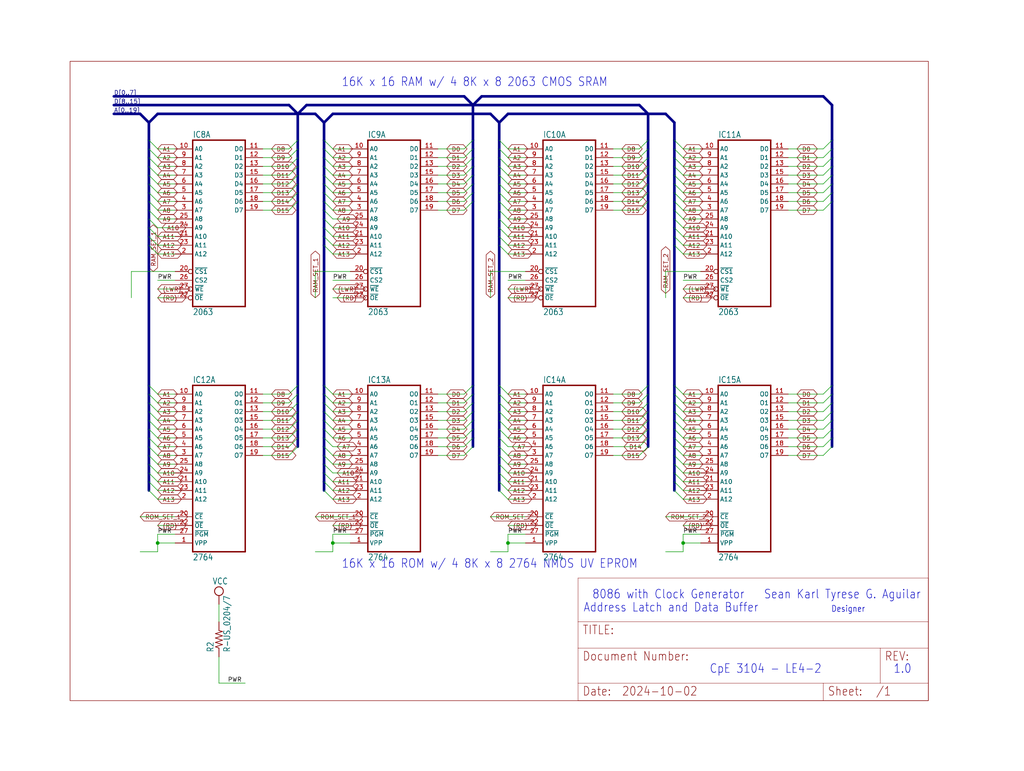
<source format=kicad_sch>
(kicad_sch (version 20231120) (generator "eeschema") (generator_version "8.0")
  (paper "User" 297.002 223.571)
  (lib_symbols
    (symbol "Aguilar_LE4-2-eagle-import:2063"
      (property "Reference" "IC" (at -0.635 -0.635 0))
      (symbol "2063_1_0"
        (pin input line (at -15.24 20.32 0) (length 5.08) (name "A0") (number "10"))
        (pin bidirectional line (at 10.16 20.32 180) (length 5.08) (name "D0") (number "11"))
        (pin bidirectional line (at 10.16 17.78 180) (length 5.08) (name "D1") (number "12"))
        (pin bidirectional line (at 10.16 15.24 180) (length 5.08) (name "D2") (number "13"))
        (pin bidirectional line (at 10.16 12.7 180) (length 5.08) (name "D3") (number "15"))
        (pin bidirectional line (at 10.16 10.16 180) (length 5.08) (name "D4") (number "16"))
        (pin bidirectional line (at 10.16 7.62 180) (length 5.08) (name "D5") (number "17"))
        (pin bidirectional line (at 10.16 5.08 180) (length 5.08) (name "D6") (number "18"))
        (pin bidirectional line (at 10.16 2.54 180) (length 5.08) (name "D7") (number "19"))
        (pin input line (at -15.24 -10.16 0) (length 5.08) (name "A12") (number "2"))
        (pin input inverted (at -15.24 -15.24 0) (length 5.08) (name "~{CS1}") (number "20"))
        (pin input line (at -15.24 -5.08 0) (length 5.08) (name "A10") (number "21"))
        (pin input inverted (at -15.24 -22.86 0) (length 5.08) (name "~{OE}") (number "22"))
        (pin input line (at -15.24 -7.62 0) (length 5.08) (name "A11") (number "23"))
        (pin input line (at -15.24 -2.54 0) (length 5.08) (name "A9") (number "24"))
        (pin input line (at -15.24 0 0) (length 5.08) (name "A8") (number "25"))
        (pin input line (at -15.24 -17.78 0) (length 5.08) (name "CS2") (number "26"))
        (pin input inverted (at -15.24 -20.32 0) (length 5.08) (name "~{WE}") (number "27"))
        (pin input line (at -15.24 2.54 0) (length 5.08) (name "A7") (number "3"))
        (pin input line (at -15.24 5.08 0) (length 5.08) (name "A6") (number "4"))
        (pin input line (at -15.24 7.62 0) (length 5.08) (name "A5") (number "5"))
        (pin input line (at -15.24 10.16 0) (length 5.08) (name "A4") (number "6"))
        (pin input line (at -15.24 12.7 0) (length 5.08) (name "A3") (number "7"))
        (pin input line (at -15.24 15.24 0) (length 5.08) (name "A2") (number "8"))
        (pin input line (at -15.24 17.78 0) (length 5.08) (name "A1") (number "9"))
      )
      (symbol "2063_2_0"
        (text "GND" (at 1.905 -5.588 900) (effects (font (size 1.27 1.0795)) (justify left bottom)))
        (text "VCC" (at 1.905 2.413 900) (effects (font (size 1.27 1.0795)) (justify left bottom)))
        (pin power_in line (at 0 -7.62 90) (length 5.08) (name "GND") (number "14"))
        (pin power_in line (at 0 7.62 270) (length 5.08) (name "VCC") (number "28"))
      )
    )
    (symbol "Aguilar_LE4-2-eagle-import:2764"
      (property "Reference" "IC" (at -0.635 -0.635 0))
      (symbol "2764_1_0"
        (pin input line (at -15.24 -22.86 0) (length 5.08) (name "VPP") (number "1"))
        (pin input line (at -15.24 20.32 0) (length 5.08) (name "A0") (number "10"))
        (pin tri_state line (at 10.16 20.32 180) (length 5.08) (name "O0") (number "11"))
        (pin tri_state line (at 10.16 17.78 180) (length 5.08) (name "O1") (number "12"))
        (pin tri_state line (at 10.16 15.24 180) (length 5.08) (name "O2") (number "13"))
        (pin tri_state line (at 10.16 12.7 180) (length 5.08) (name "O3") (number "15"))
        (pin tri_state line (at 10.16 10.16 180) (length 5.08) (name "O4") (number "16"))
        (pin tri_state line (at 10.16 7.62 180) (length 5.08) (name "O5") (number "17"))
        (pin tri_state line (at 10.16 5.08 180) (length 5.08) (name "O6") (number "18"))
        (pin tri_state line (at 10.16 2.54 180) (length 5.08) (name "O7") (number "19"))
        (pin input line (at -15.24 -10.16 0) (length 5.08) (name "A12") (number "2"))
        (pin input line (at -15.24 -15.24 0) (length 5.08) (name "~{CE}") (number "20"))
        (pin input line (at -15.24 -5.08 0) (length 5.08) (name "A10") (number "21"))
        (pin input line (at -15.24 -17.78 0) (length 5.08) (name "~{OE}") (number "22"))
        (pin input line (at -15.24 -7.62 0) (length 5.08) (name "A11") (number "23"))
        (pin input line (at -15.24 -2.54 0) (length 5.08) (name "A9") (number "24"))
        (pin input line (at -15.24 0 0) (length 5.08) (name "A8") (number "25"))
        (pin input line (at -15.24 -20.32 0) (length 5.08) (name "~{PGM}") (number "27"))
        (pin input line (at -15.24 2.54 0) (length 5.08) (name "A7") (number "3"))
        (pin input line (at -15.24 5.08 0) (length 5.08) (name "A6") (number "4"))
        (pin input line (at -15.24 7.62 0) (length 5.08) (name "A5") (number "5"))
        (pin input line (at -15.24 10.16 0) (length 5.08) (name "A4") (number "6"))
        (pin input line (at -15.24 12.7 0) (length 5.08) (name "A3") (number "7"))
        (pin input line (at -15.24 15.24 0) (length 5.08) (name "A2") (number "8"))
        (pin input line (at -15.24 17.78 0) (length 5.08) (name "A1") (number "9"))
      )
      (symbol "2764_2_0"
        (text "GND" (at 1.905 -5.588 900) (effects (font (size 1.27 1.0795)) (justify left bottom)))
        (text "VCC" (at 1.905 2.413 900) (effects (font (size 1.27 1.0795)) (justify left bottom)))
        (pin power_in line (at 0 -7.62 90) (length 5.08) (name "GND") (number "14"))
        (pin power_in line (at 0 7.62 270) (length 5.08) (name "VCC") (number "28"))
      )
    )
    (symbol "Aguilar_LE4-2-eagle-import:LETTER_L"
      (symbol "LETTER_L_2_0"
        (text "${#}/${##}" (at 86.36 1.27 0) (effects (font (size 2.54 2.159)) (justify left bottom)))
        (text "${PROJECTNAME}" (at 17.78 19.05 0) (effects (font (size 2.54 2.159)) (justify left bottom)))
        (text "2024-10-02" (at 12.7 1.27 0) (effects (font (size 2.54 2.159)) (justify left bottom)))
        (text "Date:" (at 1.27 1.27 0) (effects (font (size 2.54 2.159)) (justify left bottom)))
        (text "Document Number:" (at 1.27 11.43 0) (effects (font (size 2.54 2.159)) (justify left bottom)))
        (text "REV:" (at 88.9 11.43 0) (effects (font (size 2.54 2.159)) (justify left bottom)))
        (text "Sheet:" (at 72.39 1.27 0) (effects (font (size 2.54 2.159)) (justify left bottom)))
        (text "TITLE:" (at 1.27 19.05 0) (effects (font (size 2.54 2.159)) (justify left bottom)))
      )
    )
    (symbol "Aguilar_LE4-2-eagle-import:R-US_0204/7"
      (property "Reference" "R" (at -3.81 1.4986 0))
      (symbol "R-US_0204/7_1_0"
        (pin passive line (at -5.08 0 0) (length 2.54) (name "1") (number "1"))
        (pin passive line (at 5.08 0 180) (length 2.54) (name "2") (number "2"))
      )
    )
    (symbol "Aguilar_LE4-2-eagle-import:VCC" (power)
      (symbol "VCC_1_0"
        (pin power_in line (at 0 -2.54 90) (length 2.54) (name "VCC") (number "1"))
      )
    )
    (symbol "LETTER_L_1"
      (symbol "LETTER_L_1_2_0"
        (text "${#}/${##}" (at 86.36 1.27 0) (effects (font (size 2.54 2.159)) (justify left bottom)))
        (text "${PROJECTNAME}" (at 17.78 19.05 0) (effects (font (size 2.54 2.159)) (justify left bottom)))
        (text "2024-10-02" (at 12.7 1.27 0) (effects (font (size 2.54 2.159)) (justify left bottom)))
        (text "Date:" (at 1.27 1.27 0) (effects (font (size 2.54 2.159)) (justify left bottom)))
        (text "Document Number:" (at 1.27 11.43 0) (effects (font (size 2.54 2.159)) (justify left bottom)))
        (text "REV:" (at 88.9 11.43 0) (effects (font (size 2.54 2.159)) (justify left bottom)))
        (text "Sheet:" (at 72.39 1.27 0) (effects (font (size 2.54 2.159)) (justify left bottom)))
        (text "TITLE:" (at 1.27 19.05 0) (effects (font (size 2.54 2.159)) (justify left bottom)))
      )
    )
  )
  (junction (at 96.52 157.48))
  (junction (at 147.32 157.48))
  (junction (at 198.12 157.48))
  (junction (at 45.72 157.48))
  (bus_entry (at 198.12 129.54) (size -2.54 -2.54))
  (bus_entry (at 134.62 58.42) (size 2.54 -2.54))
  (bus_entry (at 45.72 53.34) (size -2.54 -2.54))
  (bus_entry (at 198.12 144.78) (size -2.54 -2.54))
  (bus_entry (at 147.32 71.12) (size -2.54 -2.54))
  (bus_entry (at 134.62 129.54) (size 2.54 -2.54))
  (bus_entry (at 185.42 119.38) (size 2.54 -2.54))
  (bus_entry (at 238.76 121.92) (size 2.54 -2.54))
  (bus_entry (at 45.72 127) (size -2.54 -2.54))
  (bus_entry (at 134.62 48.26) (size 2.54 -2.54))
  (bus_entry (at 83.82 48.26) (size 2.54 -2.54))
  (bus_entry (at 45.72 142.24) (size -2.54 -2.54))
  (bus_entry (at 238.76 45.72) (size 2.54 -2.54))
  (bus_entry (at 238.76 58.42) (size 2.54 -2.54))
  (bus_entry (at 147.32 139.7) (size -2.54 -2.54))
  (bus_entry (at 45.72 116.84) (size -2.54 -2.54))
  (bus_entry (at 45.72 139.7) (size -2.54 -2.54))
  (bus_entry (at 134.62 124.46) (size 2.54 -2.54))
  (bus_entry (at 198.12 127) (size -2.54 -2.54))
  (bus_entry (at 198.12 114.3) (size -2.54 -2.54))
  (bus_entry (at 238.76 119.38) (size 2.54 -2.54))
  (bus_entry (at 147.32 55.88) (size -2.54 -2.54))
  (bus_entry (at 198.12 124.46) (size -2.54 -2.54))
  (bus_entry (at 198.12 142.24) (size -2.54 -2.54))
  (bus_entry (at 134.62 53.34) (size 2.54 -2.54))
  (bus_entry (at 83.82 132.08) (size 2.54 -2.54))
  (bus_entry (at 185.42 114.3) (size 2.54 -2.54))
  (bus_entry (at 198.12 53.34) (size -2.54 -2.54))
  (bus_entry (at 185.42 50.8) (size 2.54 -2.54))
  (bus_entry (at 198.12 55.88) (size -2.54 -2.54))
  (bus_entry (at 185.42 53.34) (size 2.54 -2.54))
  (bus_entry (at 134.62 127) (size 2.54 -2.54))
  (bus_entry (at 134.62 60.96) (size 2.54 -2.54))
  (bus_entry (at 185.42 45.72) (size 2.54 -2.54))
  (bus_entry (at 96.52 119.38) (size -2.54 -2.54))
  (bus_entry (at 147.32 50.8) (size -2.54 -2.54))
  (bus_entry (at 198.12 48.26) (size -2.54 -2.54))
  (bus_entry (at 96.52 137.16) (size -2.54 -2.54))
  (bus_entry (at 198.12 139.7) (size -2.54 -2.54))
  (bus_entry (at 96.52 124.46) (size -2.54 -2.54))
  (bus_entry (at 147.32 58.42) (size -2.54 -2.54))
  (bus_entry (at 147.32 53.34) (size -2.54 -2.54))
  (bus_entry (at 45.72 50.8) (size -2.54 -2.54))
  (bus_entry (at 238.76 53.34) (size 2.54 -2.54))
  (bus_entry (at 185.42 129.54) (size 2.54 -2.54))
  (bus_entry (at 96.52 139.7) (size -2.54 -2.54))
  (bus_entry (at 96.52 144.78) (size -2.54 -2.54))
  (bus_entry (at 45.72 137.16) (size -2.54 -2.54))
  (bus_entry (at 198.12 119.38) (size -2.54 -2.54))
  (bus_entry (at 45.72 68.58) (size -2.54 -2.54))
  (bus_entry (at 83.82 114.3) (size 2.54 -2.54))
  (bus_entry (at 147.32 73.66) (size -2.54 -2.54))
  (bus_entry (at 185.42 48.26) (size 2.54 -2.54))
  (bus_entry (at 238.76 116.84) (size 2.54 -2.54))
  (bus_entry (at 147.32 114.3) (size -2.54 -2.54))
  (bus_entry (at 83.82 121.92) (size 2.54 -2.54))
  (bus_entry (at 198.12 132.08) (size -2.54 -2.54))
  (bus_entry (at 96.52 114.3) (size -2.54 -2.54))
  (bus_entry (at 198.12 134.62) (size -2.54 -2.54))
  (bus_entry (at 45.72 144.78) (size -2.54 -2.54))
  (bus_entry (at 45.72 60.96) (size -2.54 -2.54))
  (bus_entry (at 96.52 55.88) (size -2.54 -2.54))
  (bus_entry (at 134.62 55.88) (size 2.54 -2.54))
  (bus_entry (at 185.42 43.18) (size 2.54 -2.54))
  (bus_entry (at 134.62 43.18) (size 2.54 -2.54))
  (bus_entry (at 134.62 114.3) (size 2.54 -2.54))
  (bus_entry (at 147.32 121.92) (size -2.54 -2.54))
  (bus_entry (at 147.32 68.58) (size -2.54 -2.54))
  (bus_entry (at 134.62 119.38) (size 2.54 -2.54))
  (bus_entry (at 45.72 58.42) (size -2.54 -2.54))
  (bus_entry (at 198.12 121.92) (size -2.54 -2.54))
  (bus_entry (at 147.32 134.62) (size -2.54 -2.54))
  (bus_entry (at 96.52 127) (size -2.54 -2.54))
  (bus_entry (at 96.52 48.26) (size -2.54 -2.54))
  (bus_entry (at 83.82 60.96) (size 2.54 -2.54))
  (bus_entry (at 147.32 127) (size -2.54 -2.54))
  (bus_entry (at 147.32 43.18) (size -2.54 -2.54))
  (bus_entry (at 83.82 53.34) (size 2.54 -2.54))
  (bus_entry (at 83.82 119.38) (size 2.54 -2.54))
  (bus_entry (at 83.82 45.72) (size 2.54 -2.54))
  (bus_entry (at 96.52 129.54) (size -2.54 -2.54))
  (bus_entry (at 134.62 45.72) (size 2.54 -2.54))
  (bus_entry (at 147.32 144.78) (size -2.54 -2.54))
  (bus_entry (at 198.12 116.84) (size -2.54 -2.54))
  (bus_entry (at 45.72 73.66) (size -2.54 -2.54))
  (bus_entry (at 96.52 53.34) (size -2.54 -2.54))
  (bus_entry (at 83.82 58.42) (size 2.54 -2.54))
  (bus_entry (at 198.12 45.72) (size -2.54 -2.54))
  (bus_entry (at 238.76 43.18) (size 2.54 -2.54))
  (bus_entry (at 83.82 55.88) (size 2.54 -2.54))
  (bus_entry (at 147.32 132.08) (size -2.54 -2.54))
  (bus_entry (at 185.42 55.88) (size 2.54 -2.54))
  (bus_entry (at 45.72 121.92) (size -2.54 -2.54))
  (bus_entry (at 83.82 116.84) (size 2.54 -2.54))
  (bus_entry (at 45.72 66.04) (size -2.54 -2.54))
  (bus_entry (at 45.72 134.62) (size -2.54 -2.54))
  (bus_entry (at 96.52 68.58) (size -2.54 -2.54))
  (bus_entry (at 96.52 60.96) (size -2.54 -2.54))
  (bus_entry (at 198.12 73.66) (size -2.54 -2.54))
  (bus_entry (at 96.52 132.08) (size -2.54 -2.54))
  (bus_entry (at 96.52 66.04) (size -2.54 -2.54))
  (bus_entry (at 147.32 116.84) (size -2.54 -2.54))
  (bus_entry (at 198.12 43.18) (size -2.54 -2.54))
  (bus_entry (at 96.52 50.8) (size -2.54 -2.54))
  (bus_entry (at 45.72 48.26) (size -2.54 -2.54))
  (bus_entry (at 134.62 116.84) (size 2.54 -2.54))
  (bus_entry (at 134.62 132.08) (size 2.54 -2.54))
  (bus_entry (at 198.12 63.5) (size -2.54 -2.54))
  (bus_entry (at 147.32 142.24) (size -2.54 -2.54))
  (bus_entry (at 96.52 43.18) (size -2.54 -2.54))
  (bus_entry (at 96.52 134.62) (size -2.54 -2.54))
  (bus_entry (at 238.76 129.54) (size 2.54 -2.54))
  (bus_entry (at 238.76 55.88) (size 2.54 -2.54))
  (bus_entry (at 238.76 114.3) (size 2.54 -2.54))
  (bus_entry (at 147.32 124.46) (size -2.54 -2.54))
  (bus_entry (at 147.32 48.26) (size -2.54 -2.54))
  (bus_entry (at 134.62 121.92) (size 2.54 -2.54))
  (bus_entry (at 45.72 45.72) (size -2.54 -2.54))
  (bus_entry (at 96.52 116.84) (size -2.54 -2.54))
  (bus_entry (at 238.76 50.8) (size 2.54 -2.54))
  (bus_entry (at 45.72 129.54) (size -2.54 -2.54))
  (bus_entry (at 45.72 124.46) (size -2.54 -2.54))
  (bus_entry (at 198.12 50.8) (size -2.54 -2.54))
  (bus_entry (at 45.72 43.18) (size -2.54 -2.54))
  (bus_entry (at 185.42 116.84) (size 2.54 -2.54))
  (bus_entry (at 147.32 129.54) (size -2.54 -2.54))
  (bus_entry (at 83.82 124.46) (size 2.54 -2.54))
  (bus_entry (at 96.52 142.24) (size -2.54 -2.54))
  (bus_entry (at 147.32 137.16) (size -2.54 -2.54))
  (bus_entry (at 238.76 124.46) (size 2.54 -2.54))
  (bus_entry (at 83.82 129.54) (size 2.54 -2.54))
  (bus_entry (at 198.12 68.58) (size -2.54 -2.54))
  (bus_entry (at 198.12 66.04) (size -2.54 -2.54))
  (bus_entry (at 185.42 60.96) (size 2.54 -2.54))
  (bus_entry (at 198.12 137.16) (size -2.54 -2.54))
  (bus_entry (at 147.32 63.5) (size -2.54 -2.54))
  (bus_entry (at 147.32 66.04) (size -2.54 -2.54))
  (bus_entry (at 185.42 121.92) (size 2.54 -2.54))
  (bus_entry (at 238.76 132.08) (size 2.54 -2.54))
  (bus_entry (at 45.72 114.3) (size -2.54 -2.54))
  (bus_entry (at 147.32 45.72) (size -2.54 -2.54))
  (bus_entry (at 96.52 45.72) (size -2.54 -2.54))
  (bus_entry (at 198.12 71.12) (size -2.54 -2.54))
  (bus_entry (at 198.12 60.96) (size -2.54 -2.54))
  (bus_entry (at 96.52 63.5) (size -2.54 -2.54))
  (bus_entry (at 45.72 71.12) (size -2.54 -2.54))
  (bus_entry (at 238.76 127) (size 2.54 -2.54))
  (bus_entry (at 147.32 60.96) (size -2.54 -2.54))
  (bus_entry (at 147.32 119.38) (size -2.54 -2.54))
  (bus_entry (at 185.42 127) (size 2.54 -2.54))
  (bus_entry (at 83.82 50.8) (size 2.54 -2.54))
  (bus_entry (at 96.52 58.42) (size -2.54 -2.54))
  (bus_entry (at 83.82 43.18) (size 2.54 -2.54))
  (bus_entry (at 96.52 71.12) (size -2.54 -2.54))
  (bus_entry (at 185.42 58.42) (size 2.54 -2.54))
  (bus_entry (at 96.52 121.92) (size -2.54 -2.54))
  (bus_entry (at 238.76 48.26) (size 2.54 -2.54))
  (bus_entry (at 185.42 132.08) (size 2.54 -2.54))
  (bus_entry (at 45.72 119.38) (size -2.54 -2.54))
  (bus_entry (at 238.76 60.96) (size 2.54 -2.54))
  (bus_entry (at 45.72 63.5) (size -2.54 -2.54))
  (bus_entry (at 134.62 50.8) (size 2.54 -2.54))
  (bus_entry (at 45.72 132.08) (size -2.54 -2.54))
  (bus_entry (at 96.52 73.66) (size -2.54 -2.54))
  (bus_entry (at 83.82 127) (size 2.54 -2.54))
  (bus_entry (at 198.12 58.42) (size -2.54 -2.54))
  (bus_entry (at 185.42 124.46) (size 2.54 -2.54))
  (bus_entry (at 45.72 55.88) (size -2.54 -2.54))
  (wire (pts (xy 127 129.54) (xy 134.62 129.54)) (stroke (width 0.1524)))
  (bus (pts (xy 241.3 116.84) (xy 241.3 119.38)) (stroke (width 0.762)))
  (bus (pts (xy 144.78 119.38) (xy 144.78 121.92)) (stroke (width 0.762)))
  (wire (pts (xy 50.8 48.26) (xy 45.72 48.26)) (stroke (width 0.1524)))
  (bus (pts (xy 43.18 129.54) (xy 43.18 132.08)) (stroke (width 0.762)))
  (wire (pts (xy 228.6 132.08) (xy 238.76 132.08)) (stroke (width 0.1524)))
  (wire (pts (xy 76.2 60.96) (xy 83.82 60.96)) (stroke (width 0.1524)))
  (bus (pts (xy 43.18 114.3) (xy 43.18 116.84)) (stroke (width 0.762)))
  (bus (pts (xy 144.78 71.12) (xy 144.78 111.76)) (stroke (width 0.762)))
  (bus (pts (xy 187.96 55.88) (xy 187.96 58.42)) (stroke (width 0.762)))
  (wire (pts (xy 203.2 132.08) (xy 198.12 132.08)) (stroke (width 0.1524)))
  (bus (pts (xy 187.96 58.42) (xy 187.96 111.76)) (stroke (width 0.762)))
  (bus (pts (xy 137.16 116.84) (xy 137.16 119.38)) (stroke (width 0.762)))
  (bus (pts (xy 187.96 127) (xy 187.96 129.54)) (stroke (width 0.762)))
  (bus (pts (xy 195.58 55.88) (xy 195.58 58.42)) (stroke (width 0.762)))
  (bus (pts (xy 241.3 119.38) (xy 241.3 121.92)) (stroke (width 0.762)))
  (wire (pts (xy 50.8 134.62) (xy 45.72 134.62)) (stroke (width 0.1524)))
  (bus (pts (xy 241.3 114.3) (xy 241.3 116.84)) (stroke (width 0.762)))
  (bus (pts (xy 43.18 68.58) (xy 43.18 71.12)) (stroke (width 0.762)))
  (wire (pts (xy 50.8 63.5) (xy 45.72 63.5)) (stroke (width 0.1524)))
  (wire (pts (xy 50.8 139.7) (xy 45.72 139.7)) (stroke (width 0.1524)))
  (wire (pts (xy 203.2 129.54) (xy 198.12 129.54)) (stroke (width 0.1524)))
  (bus (pts (xy 43.18 35.56) (xy 45.72 33.02)) (stroke (width 0.762)))
  (wire (pts (xy 228.6 114.3) (xy 238.76 114.3)) (stroke (width 0.1524)))
  (bus (pts (xy 86.36 33.02) (xy 88.9 30.48)) (stroke (width 0.762)))
  (wire (pts (xy 193.04 78.74) (xy 193.04 86.36)) (stroke (width 0.1524)))
  (bus (pts (xy 195.58 132.08) (xy 195.58 134.62)) (stroke (width 0.762)))
  (bus (pts (xy 137.16 127) (xy 137.16 129.54)) (stroke (width 0.762)))
  (bus (pts (xy 137.16 53.34) (xy 137.16 55.88)) (stroke (width 0.762)))
  (wire (pts (xy 177.8 124.46) (xy 185.42 124.46)) (stroke (width 0.1524)))
  (bus (pts (xy 43.18 58.42) (xy 43.18 60.96)) (stroke (width 0.762)))
  (bus (pts (xy 144.78 53.34) (xy 144.78 55.88)) (stroke (width 0.762)))
  (wire (pts (xy 177.8 58.42) (xy 185.42 58.42)) (stroke (width 0.1524)))
  (wire (pts (xy 101.6 55.88) (xy 96.52 55.88)) (stroke (width 0.1524)))
  (bus (pts (xy 195.58 121.92) (xy 195.58 124.46)) (stroke (width 0.762)))
  (wire (pts (xy 127 116.84) (xy 134.62 116.84)) (stroke (width 0.1524)))
  (bus (pts (xy 93.98 139.7) (xy 93.98 142.24)) (stroke (width 0.762)))
  (wire (pts (xy 101.6 132.08) (xy 96.52 132.08)) (stroke (width 0.1524)))
  (bus (pts (xy 43.18 127) (xy 43.18 129.54)) (stroke (width 0.762)))
  (bus (pts (xy 43.18 50.8) (xy 43.18 53.34)) (stroke (width 0.762)))
  (bus (pts (xy 93.98 68.58) (xy 93.98 71.12)) (stroke (width 0.762)))
  (bus (pts (xy 83.82 30.48) (xy 86.36 33.02)) (stroke (width 0.762)))
  (wire (pts (xy 50.8 124.46) (xy 45.72 124.46)) (stroke (width 0.1524)))
  (bus (pts (xy 137.16 48.26) (xy 137.16 50.8)) (stroke (width 0.762)))
  (wire (pts (xy 50.8 86.36) (xy 45.72 86.36)) (stroke (width 0.1524)))
  (wire (pts (xy 101.6 119.38) (xy 96.52 119.38)) (stroke (width 0.1524)))
  (bus (pts (xy 195.58 127) (xy 195.58 129.54)) (stroke (width 0.762)))
  (wire (pts (xy 228.6 60.96) (xy 238.76 60.96)) (stroke (width 0.1524)))
  (wire (pts (xy 76.2 127) (xy 83.82 127)) (stroke (width 0.1524)))
  (wire (pts (xy 228.6 124.46) (xy 238.76 124.46)) (stroke (width 0.1524)))
  (wire (pts (xy 152.4 134.62) (xy 147.32 134.62)) (stroke (width 0.1524)))
  (bus (pts (xy 147.32 33.02) (xy 193.04 33.02)) (stroke (width 0.762)))
  (bus (pts (xy 241.3 121.92) (xy 241.3 124.46)) (stroke (width 0.762)))
  (wire (pts (xy 101.6 83.82) (xy 96.52 83.82)) (stroke (width 0.1524)))
  (wire (pts (xy 203.2 137.16) (xy 198.12 137.16)) (stroke (width 0.1524)))
  (wire (pts (xy 177.8 114.3) (xy 185.42 114.3)) (stroke (width 0.1524)))
  (wire (pts (xy 76.2 124.46) (xy 83.82 124.46)) (stroke (width 0.1524)))
  (bus (pts (xy 43.18 45.72) (xy 43.18 48.26)) (stroke (width 0.762)))
  (bus (pts (xy 137.16 40.64) (xy 137.16 43.18)) (stroke (width 0.762)))
  (bus (pts (xy 93.98 48.26) (xy 93.98 50.8)) (stroke (width 0.762)))
  (bus (pts (xy 43.18 35.56) (xy 43.18 40.64)) (stroke (width 0.762)))
  (wire (pts (xy 96.52 157.48) (xy 101.6 157.48)) (stroke (width 0.1524)))
  (bus (pts (xy 86.36 48.26) (xy 86.36 50.8)) (stroke (width 0.762)))
  (bus (pts (xy 137.16 124.46) (xy 137.16 127)) (stroke (width 0.762)))
  (wire (pts (xy 152.4 73.66) (xy 147.32 73.66)) (stroke (width 0.1524)))
  (wire (pts (xy 152.4 144.78) (xy 147.32 144.78)) (stroke (width 0.1524)))
  (bus (pts (xy 187.96 45.72) (xy 187.96 48.26)) (stroke (width 0.762)))
  (bus (pts (xy 195.58 137.16) (xy 195.58 139.7)) (stroke (width 0.762)))
  (wire (pts (xy 203.2 73.66) (xy 198.12 73.66)) (stroke (width 0.1524)))
  (wire (pts (xy 152.4 53.34) (xy 147.32 53.34)) (stroke (width 0.1524)))
  (wire (pts (xy 203.2 121.92) (xy 198.12 121.92)) (stroke (width 0.1524)))
  (wire (pts (xy 76.2 50.8) (xy 83.82 50.8)) (stroke (width 0.1524)))
  (bus (pts (xy 137.16 50.8) (xy 137.16 53.34)) (stroke (width 0.762)))
  (bus (pts (xy 241.3 45.72) (xy 241.3 48.26)) (stroke (width 0.762)))
  (wire (pts (xy 177.8 43.18) (xy 185.42 43.18)) (stroke (width 0.1524)))
  (wire (pts (xy 101.6 48.26) (xy 96.52 48.26)) (stroke (width 0.1524)))
  (bus (pts (xy 43.18 121.92) (xy 43.18 124.46)) (stroke (width 0.762)))
  (bus (pts (xy 93.98 55.88) (xy 93.98 58.42)) (stroke (width 0.762)))
  (bus (pts (xy 195.58 43.18) (xy 195.58 45.72)) (stroke (width 0.762)))
  (bus (pts (xy 241.3 50.8) (xy 241.3 53.34)) (stroke (width 0.762)))
  (wire (pts (xy 76.2 116.84) (xy 83.82 116.84)) (stroke (width 0.1524)))
  (wire (pts (xy 50.8 129.54) (xy 45.72 129.54)) (stroke (width 0.1524)))
  (wire (pts (xy 152.4 116.84) (xy 147.32 116.84)) (stroke (width 0.1524)))
  (wire (pts (xy 76.2 55.88) (xy 83.82 55.88)) (stroke (width 0.1524)))
  (wire (pts (xy 203.2 83.82) (xy 198.12 83.82)) (stroke (width 0.1524)))
  (bus (pts (xy 144.78 116.84) (xy 144.78 119.38)) (stroke (width 0.762)))
  (wire (pts (xy 177.8 129.54) (xy 185.42 129.54)) (stroke (width 0.1524)))
  (bus (pts (xy 93.98 71.12) (xy 93.98 111.76)) (stroke (width 0.762)))
  (wire (pts (xy 203.2 142.24) (xy 198.12 142.24)) (stroke (width 0.1524)))
  (bus (pts (xy 241.3 127) (xy 241.3 129.54)) (stroke (width 0.762)))
  (wire (pts (xy 50.8 119.38) (xy 45.72 119.38)) (stroke (width 0.1524)))
  (bus (pts (xy 187.96 119.38) (xy 187.96 121.92)) (stroke (width 0.762)))
  (wire (pts (xy 101.6 152.4) (xy 96.52 152.4)) (stroke (width 0.1524)))
  (wire (pts (xy 203.2 149.86) (xy 193.04 149.86)) (stroke (width 0.1524)))
  (bus (pts (xy 93.98 60.96) (xy 93.98 63.5)) (stroke (width 0.762)))
  (bus (pts (xy 86.36 119.38) (xy 86.36 121.92)) (stroke (width 0.762)))
  (wire (pts (xy 177.8 121.92) (xy 185.42 121.92)) (stroke (width 0.1524)))
  (bus (pts (xy 195.58 71.12) (xy 195.58 111.76)) (stroke (width 0.762)))
  (wire (pts (xy 203.2 154.94) (xy 198.12 154.94)) (stroke (width 0.1524)))
  (bus (pts (xy 93.98 35.56) (xy 96.52 33.02)) (stroke (width 0.762)))
  (bus (pts (xy 33.02 27.94) (xy 134.62 27.94)) (stroke (width 0.762)))
  (wire (pts (xy 76.2 45.72) (xy 83.82 45.72)) (stroke (width 0.1524)))
  (bus (pts (xy 144.78 43.18) (xy 144.78 45.72)) (stroke (width 0.762)))
  (wire (pts (xy 177.8 132.08) (xy 185.42 132.08)) (stroke (width 0.1524)))
  (wire (pts (xy 228.6 119.38) (xy 238.76 119.38)) (stroke (width 0.1524)))
  (wire (pts (xy 152.4 86.36) (xy 147.32 86.36)) (stroke (width 0.1524)))
  (wire (pts (xy 101.6 134.62) (xy 96.52 134.62)) (stroke (width 0.1524)))
  (wire (pts (xy 101.6 139.7) (xy 96.52 139.7)) (stroke (width 0.1524)))
  (bus (pts (xy 134.62 27.94) (xy 137.16 30.48)) (stroke (width 0.762)))
  (wire (pts (xy 127 124.46) (xy 134.62 124.46)) (stroke (width 0.1524)))
  (wire (pts (xy 76.2 53.34) (xy 83.82 53.34)) (stroke (width 0.1524)))
  (bus (pts (xy 144.78 60.96) (xy 144.78 63.5)) (stroke (width 0.762)))
  (wire (pts (xy 50.8 127) (xy 45.72 127)) (stroke (width 0.1524)))
  (bus (pts (xy 187.96 43.18) (xy 187.96 45.72)) (stroke (width 0.762)))
  (bus (pts (xy 187.96 53.34) (xy 187.96 55.88)) (stroke (width 0.762)))
  (bus (pts (xy 195.58 111.76) (xy 195.58 114.3)) (stroke (width 0.762)))
  (bus (pts (xy 241.3 111.76) (xy 241.3 114.3)) (stroke (width 0.762)))
  (wire (pts (xy 101.6 63.5) (xy 96.52 63.5)) (stroke (width 0.1524)))
  (bus (pts (xy 137.16 43.18) (xy 137.16 45.72)) (stroke (width 0.762)))
  (wire (pts (xy 127 127) (xy 134.62 127)) (stroke (width 0.1524)))
  (wire (pts (xy 203.2 134.62) (xy 198.12 134.62)) (stroke (width 0.1524)))
  (bus (pts (xy 93.98 114.3) (xy 93.98 116.84)) (stroke (width 0.762)))
  (bus (pts (xy 43.18 40.64) (xy 43.18 43.18)) (stroke (width 0.762)))
  (wire (pts (xy 76.2 119.38) (xy 83.82 119.38)) (stroke (width 0.1524)))
  (bus (pts (xy 86.36 58.42) (xy 86.36 111.76)) (stroke (width 0.762)))
  (wire (pts (xy 101.6 86.36) (xy 96.52 86.36)) (stroke (width 0.1524)))
  (bus (pts (xy 86.36 45.72) (xy 86.36 48.26)) (stroke (width 0.762)))
  (bus (pts (xy 86.36 116.84) (xy 86.36 119.38)) (stroke (width 0.762)))
  (bus (pts (xy 144.78 129.54) (xy 144.78 132.08)) (stroke (width 0.762)))
  (wire (pts (xy 152.4 81.28) (xy 147.32 81.28)) (stroke (width 0.1524)))
  (bus (pts (xy 88.9 30.48) (xy 185.42 30.48)) (stroke (width 0.762)))
  (wire (pts (xy 50.8 68.58) (xy 45.72 68.58)) (stroke (width 0.1524)))
  (wire (pts (xy 50.8 50.8) (xy 45.72 50.8)) (stroke (width 0.1524)))
  (wire (pts (xy 127 43.18) (xy 134.62 43.18)) (stroke (width 0.1524)))
  (bus (pts (xy 238.76 27.94) (xy 241.3 30.48)) (stroke (width 0.762)))
  (bus (pts (xy 144.78 63.5) (xy 144.78 66.04)) (stroke (width 0.762)))
  (bus (pts (xy 144.78 48.26) (xy 144.78 50.8)) (stroke (width 0.762)))
  (bus (pts (xy 195.58 45.72) (xy 195.58 48.26)) (stroke (width 0.762)))
  (wire (pts (xy 50.8 116.84) (xy 45.72 116.84)) (stroke (width 0.1524)))
  (wire (pts (xy 50.8 66.04) (xy 45.72 66.04)) (stroke (width 0.1524)))
  (bus (pts (xy 144.78 139.7) (xy 144.78 142.24)) (stroke (width 0.762)))
  (bus (pts (xy 93.98 40.64) (xy 93.98 43.18)) (stroke (width 0.762)))
  (bus (pts (xy 187.96 48.26) (xy 187.96 50.8)) (stroke (width 0.762)))
  (bus (pts (xy 144.78 114.3) (xy 144.78 116.84)) (stroke (width 0.762)))
  (wire (pts (xy 203.2 55.88) (xy 198.12 55.88)) (stroke (width 0.1524)))
  (bus (pts (xy 33.02 30.48) (xy 83.82 30.48)) (stroke (width 0.762)))
  (wire (pts (xy 152.4 114.3) (xy 147.32 114.3)) (stroke (width 0.1524)))
  (wire (pts (xy 203.2 48.26) (xy 198.12 48.26)) (stroke (width 0.1524)))
  (bus (pts (xy 187.96 124.46) (xy 187.96 127)) (stroke (width 0.762)))
  (bus (pts (xy 93.98 119.38) (xy 93.98 121.92)) (stroke (width 0.762)))
  (wire (pts (xy 101.6 129.54) (xy 96.52 129.54)) (stroke (width 0.1524)))
  (wire (pts (xy 76.2 48.26) (xy 83.82 48.26)) (stroke (width 0.1524)))
  (wire (pts (xy 101.6 78.74) (xy 91.44 78.74)) (stroke (width 0.1524)))
  (bus (pts (xy 43.18 48.26) (xy 43.18 50.8)) (stroke (width 0.762)))
  (bus (pts (xy 195.58 40.64) (xy 195.58 43.18)) (stroke (width 0.762)))
  (wire (pts (xy 152.4 71.12) (xy 147.32 71.12)) (stroke (width 0.1524)))
  (wire (pts (xy 152.4 152.4) (xy 147.32 152.4)) (stroke (width 0.1524)))
  (bus (pts (xy 241.3 43.18) (xy 241.3 45.72)) (stroke (width 0.762)))
  (wire (pts (xy 152.4 63.5) (xy 147.32 63.5)) (stroke (width 0.1524)))
  (bus (pts (xy 195.58 53.34) (xy 195.58 55.88)) (stroke (width 0.762)))
  (wire (pts (xy 152.4 58.42) (xy 147.32 58.42)) (stroke (width 0.1524)))
  (bus (pts (xy 187.96 114.3) (xy 187.96 116.84)) (stroke (width 0.762)))
  (wire (pts (xy 127 60.96) (xy 134.62 60.96)) (stroke (width 0.1524)))
  (wire (pts (xy 177.8 50.8) (xy 185.42 50.8)) (stroke (width 0.1524)))
  (wire (pts (xy 101.6 121.92) (xy 96.52 121.92)) (stroke (width 0.1524)))
  (bus (pts (xy 93.98 121.92) (xy 93.98 124.46)) (stroke (width 0.762)))
  (wire (pts (xy 203.2 86.36) (xy 198.12 86.36)) (stroke (width 0.1524)))
  (wire (pts (xy 198.12 157.48) (xy 203.2 157.48)) (stroke (width 0.1524)))
  (bus (pts (xy 43.18 71.12) (xy 43.18 111.76)) (stroke (width 0.762)))
  (wire (pts (xy 177.8 45.72) (xy 185.42 45.72)) (stroke (width 0.1524)))
  (bus (pts (xy 86.36 114.3) (xy 86.36 116.84)) (stroke (width 0.762)))
  (wire (pts (xy 177.8 55.88) (xy 185.42 55.88)) (stroke (width 0.1524)))
  (wire (pts (xy 203.2 60.96) (xy 198.12 60.96)) (stroke (width 0.1524)))
  (bus (pts (xy 93.98 43.18) (xy 93.98 45.72)) (stroke (width 0.762)))
  (wire (pts (xy 152.4 124.46) (xy 147.32 124.46)) (stroke (width 0.1524)))
  (bus (pts (xy 86.36 55.88) (xy 86.36 58.42)) (stroke (width 0.762)))
  (wire (pts (xy 177.8 48.26) (xy 185.42 48.26)) (stroke (width 0.1524)))
  (wire (pts (xy 76.2 129.54) (xy 83.82 129.54)) (stroke (width 0.1524)))
  (wire (pts (xy 127 132.08) (xy 134.62 132.08)) (stroke (width 0.1524)))
  (wire (pts (xy 101.6 45.72) (xy 96.52 45.72)) (stroke (width 0.1524)))
  (wire (pts (xy 203.2 144.78) (xy 198.12 144.78)) (stroke (width 0.1524)))
  (wire (pts (xy 142.24 78.74) (xy 142.24 86.36)) (stroke (width 0.1524)))
  (bus (pts (xy 137.16 111.76) (xy 137.16 114.3)) (stroke (width 0.762)))
  (wire (pts (xy 203.2 116.84) (xy 198.12 116.84)) (stroke (width 0.1524)))
  (wire (pts (xy 152.4 50.8) (xy 147.32 50.8)) (stroke (width 0.1524)))
  (bus (pts (xy 241.3 40.64) (xy 241.3 43.18)) (stroke (width 0.762)))
  (bus (pts (xy 93.98 137.16) (xy 93.98 139.7)) (stroke (width 0.762)))
  (bus (pts (xy 241.3 124.46) (xy 241.3 127)) (stroke (width 0.762)))
  (wire (pts (xy 228.6 116.84) (xy 238.76 116.84)) (stroke (width 0.1524)))
  (bus (pts (xy 137.16 119.38) (xy 137.16 121.92)) (stroke (width 0.762)))
  (bus (pts (xy 144.78 134.62) (xy 144.78 137.16)) (stroke (width 0.762)))
  (wire (pts (xy 50.8 154.94) (xy 45.72 154.94)) (stroke (width 0.1524)))
  (bus (pts (xy 195.58 50.8) (xy 195.58 53.34)) (stroke (width 0.762)))
  (wire (pts (xy 76.2 43.18) (xy 83.82 43.18)) (stroke (width 0.1524)))
  (bus (pts (xy 139.7 27.94) (xy 238.76 27.94)) (stroke (width 0.762)))
  (bus (pts (xy 93.98 132.08) (xy 93.98 134.62)) (stroke (width 0.762)))
  (bus (pts (xy 144.78 111.76) (xy 144.78 114.3)) (stroke (width 0.762)))
  (bus (pts (xy 144.78 58.42) (xy 144.78 60.96)) (stroke (width 0.762)))
  (bus (pts (xy 241.3 55.88) (xy 241.3 58.42)) (stroke (width 0.762)))
  (bus (pts (xy 96.52 33.02) (xy 142.24 33.02)) (stroke (width 0.762)))
  (wire (pts (xy 50.8 55.88) (xy 45.72 55.88)) (stroke (width 0.1524)))
  (wire (pts (xy 228.6 45.72) (xy 238.76 45.72)) (stroke (width 0.1524)))
  (wire (pts (xy 127 53.34) (xy 134.62 53.34)) (stroke (width 0.1524)))
  (bus (pts (xy 144.78 121.92) (xy 144.78 124.46)) (stroke (width 0.762)))
  (wire (pts (xy 50.8 121.92) (xy 45.72 121.92)) (stroke (width 0.1524)))
  (wire (pts (xy 152.4 68.58) (xy 147.32 68.58)) (stroke (width 0.1524)))
  (wire (pts (xy 177.8 119.38) (xy 185.42 119.38)) (stroke (width 0.1524)))
  (bus (pts (xy 144.78 35.56) (xy 147.32 33.02)) (stroke (width 0.762)))
  (bus (pts (xy 144.78 40.64) (xy 144.78 43.18)) (stroke (width 0.762)))
  (bus (pts (xy 93.98 127) (xy 93.98 129.54)) (stroke (width 0.762)))
  (wire (pts (xy 152.4 142.24) (xy 147.32 142.24)) (stroke (width 0.1524)))
  (wire (pts (xy 152.4 45.72) (xy 147.32 45.72)) (stroke (width 0.1524)))
  (bus (pts (xy 142.24 33.02) (xy 144.78 35.56)) (stroke (width 0.762)))
  (wire (pts (xy 228.6 121.92) (xy 238.76 121.92)) (stroke (width 0.1524)))
  (wire (pts (xy 96.52 160.02) (xy 91.44 160.02)) (stroke (width 0.1524)))
  (wire (pts (xy 203.2 45.72) (xy 198.12 45.72)) (stroke (width 0.1524)))
  (bus (pts (xy 187.96 121.92) (xy 187.96 124.46)) (stroke (width 0.762)))
  (bus (pts (xy 86.36 121.92) (xy 86.36 124.46)) (stroke (width 0.762)))
  (wire (pts (xy 50.8 60.96) (xy 45.72 60.96)) (stroke (width 0.1524)))
  (wire (pts (xy 101.6 142.24) (xy 96.52 142.24)) (stroke (width 0.1524)))
  (bus (pts (xy 137.16 121.92) (xy 137.16 124.46)) (stroke (width 0.762)))
  (bus (pts (xy 195.58 48.26) (xy 195.58 50.8)) (stroke (width 0.762)))
  (wire (pts (xy 50.8 137.16) (xy 45.72 137.16)) (stroke (width 0.1524)))
  (wire (pts (xy 127 58.42) (xy 134.62 58.42)) (stroke (width 0.1524)))
  (wire (pts (xy 101.6 73.66) (xy 96.52 73.66)) (stroke (width 0.1524)))
  (bus (pts (xy 43.18 116.84) (xy 43.18 119.38)) (stroke (width 0.762)))
  (wire (pts (xy 127 55.88) (xy 134.62 55.88)) (stroke (width 0.1524)))
  (bus (pts (xy 185.42 30.48) (xy 187.96 33.02)) (stroke (width 0.762)))
  (wire (pts (xy 63.5 198.12) (xy 71.12 198.12)) (stroke (width 0.1524)))
  (wire (pts (xy 50.8 149.86) (xy 40.64 149.86)) (stroke (width 0.1524)))
  (bus (pts (xy 144.78 45.72) (xy 144.78 48.26)) (stroke (width 0.762)))
  (wire (pts (xy 127 48.26) (xy 134.62 48.26)) (stroke (width 0.1524)))
  (wire (pts (xy 76.2 114.3) (xy 83.82 114.3)) (stroke (width 0.1524)))
  (wire (pts (xy 203.2 114.3) (xy 198.12 114.3)) (stroke (width 0.1524)))
  (bus (pts (xy 144.78 55.88) (xy 144.78 58.42)) (stroke (width 0.762)))
  (bus (pts (xy 86.36 43.18) (xy 86.36 45.72)) (stroke (width 0.762)))
  (wire (pts (xy 50.8 132.08) (xy 45.72 132.08)) (stroke (width 0.1524)))
  (wire (pts (xy 50.8 114.3) (xy 45.72 114.3)) (stroke (width 0.1524)))
  (wire (pts (xy 96.52 157.48) (xy 96.52 160.02)) (stroke (width 0.1524)))
  (wire (pts (xy 91.44 78.74) (xy 91.44 86.36)) (stroke (width 0.1524)))
  (wire (pts (xy 177.8 116.84) (xy 185.42 116.84)) (stroke (width 0.1524)))
  (bus (pts (xy 93.98 45.72) (xy 93.98 48.26)) (stroke (width 0.762)))
  (bus (pts (xy 43.18 43.18) (xy 43.18 45.72)) (stroke (width 0.762)))
  (wire (pts (xy 198.12 157.48) (xy 198.12 160.02)) (stroke (width 0.1524)))
  (wire (pts (xy 45.72 157.48) (xy 50.8 157.48)) (stroke (width 0.1524)))
  (bus (pts (xy 43.18 137.16) (xy 43.18 139.7)) (stroke (width 0.762)))
  (wire (pts (xy 152.4 55.88) (xy 147.32 55.88)) (stroke (width 0.1524)))
  (bus (pts (xy 93.98 124.46) (xy 93.98 127)) (stroke (width 0.762)))
  (bus (pts (xy 93.98 129.54) (xy 93.98 132.08)) (stroke (width 0.762)))
  (wire (pts (xy 177.8 60.96) (xy 185.42 60.96)) (stroke (width 0.1524)))
  (wire (pts (xy 203.2 127) (xy 198.12 127)) (stroke (width 0.1524)))
  (wire (pts (xy 101.6 53.34) (xy 96.52 53.34)) (stroke (width 0.1524)))
  (wire (pts (xy 152.4 78.74) (xy 142.24 78.74)) (stroke (width 0.1524)))
  (wire (pts (xy 101.6 66.04) (xy 96.52 66.04)) (stroke (width 0.1524)))
  (wire (pts (xy 101.6 50.8) (xy 96.52 50.8)) (stroke (width 0.1524)))
  (wire (pts (xy 203.2 152.4) (xy 198.12 152.4)) (stroke (width 0.1524)))
  (bus (pts (xy 93.98 63.5) (xy 93.98 66.04)) (stroke (width 0.762)))
  (bus (pts (xy 137.16 114.3) (xy 137.16 116.84)) (stroke (width 0.762)))
  (wire (pts (xy 101.6 137.16) (xy 96.52 137.16)) (stroke (width 0.1524)))
  (wire (pts (xy 101.6 43.18) (xy 96.52 43.18)) (stroke (width 0.1524)))
  (bus (pts (xy 43.18 124.46) (xy 43.18 127)) (stroke (width 0.762)))
  (wire (pts (xy 152.4 43.18) (xy 147.32 43.18)) (stroke (width 0.1524)))
  (wire (pts (xy 228.6 48.26) (xy 238.76 48.26)) (stroke (width 0.1524)))
  (bus (pts (xy 241.3 53.34) (xy 241.3 55.88)) (stroke (width 0.762)))
  (wire (pts (xy 228.6 129.54) (xy 238.76 129.54)) (stroke (width 0.1524)))
  (wire (pts (xy 177.8 127) (xy 185.42 127)) (stroke (width 0.1524)))
  (wire (pts (xy 96.52 154.94) (xy 96.52 157.48)) (stroke (width 0.1524)))
  (wire (pts (xy 228.6 58.42) (xy 238.76 58.42)) (stroke (width 0.1524)))
  (wire (pts (xy 177.8 53.34) (xy 185.42 53.34)) (stroke (width 0.1524)))
  (bus (pts (xy 33.02 33.02) (xy 40.64 33.02)) (stroke (width 0.762)))
  (bus (pts (xy 93.98 50.8) (xy 93.98 53.34)) (stroke (width 0.762)))
  (bus (pts (xy 43.18 60.96) (xy 43.18 63.5)) (stroke (width 0.762)))
  (bus (pts (xy 43.18 134.62) (xy 43.18 137.16)) (stroke (width 0.762)))
  (wire (pts (xy 203.2 66.04) (xy 198.12 66.04)) (stroke (width 0.1524)))
  (wire (pts (xy 152.4 121.92) (xy 147.32 121.92)) (stroke (width 0.1524)))
  (bus (pts (xy 144.78 66.04) (xy 144.78 68.58)) (stroke (width 0.762)))
  (bus (pts (xy 144.78 124.46) (xy 144.78 127)) (stroke (width 0.762)))
  (wire (pts (xy 50.8 78.74) (xy 38.1 78.74)) (stroke (width 0.1524)))
  (wire (pts (xy 228.6 50.8) (xy 238.76 50.8)) (stroke (width 0.1524)))
  (bus (pts (xy 43.18 63.5) (xy 43.18 66.04)) (stroke (width 0.762)))
  (wire (pts (xy 50.8 152.4) (xy 45.72 152.4)) (stroke (width 0.1524)))
  (wire (pts (xy 147.32 157.48) (xy 152.4 157.48)) (stroke (width 0.1524)))
  (wire (pts (xy 228.6 55.88) (xy 238.76 55.88)) (stroke (width 0.1524)))
  (bus (pts (xy 43.18 132.08) (xy 43.18 134.62)) (stroke (width 0.762)))
  (wire (pts (xy 101.6 58.42) (xy 96.52 58.42)) (stroke (width 0.1524)))
  (wire (pts (xy 147.32 157.48) (xy 147.32 160.02)) (stroke (width 0.1524)))
  (wire (pts (xy 45.72 160.02) (xy 40.64 160.02)) (stroke (width 0.1524)))
  (bus (pts (xy 144.78 127) (xy 144.78 129.54)) (stroke (width 0.762)))
  (wire (pts (xy 152.4 119.38) (xy 147.32 119.38)) (stroke (width 0.1524)))
  (wire (pts (xy 152.4 139.7) (xy 147.32 139.7)) (stroke (width 0.1524)))
  (wire (pts (xy 203.2 53.34) (xy 198.12 53.34)) (stroke (width 0.1524)))
  (bus (pts (xy 241.3 30.48) (xy 241.3 40.64)) (stroke (width 0.762)))
  (bus (pts (xy 187.96 50.8) (xy 187.96 53.34)) (stroke (width 0.762)))
  (wire (pts (xy 203.2 58.42) (xy 198.12 58.42)) (stroke (width 0.1524)))
  (wire (pts (xy 152.4 132.08) (xy 147.32 132.08)) (stroke (width 0.1524)))
  (bus (pts (xy 241.3 48.26) (xy 241.3 50.8)) (stroke (width 0.762)))
  (bus (pts (xy 195.58 124.46) (xy 195.58 127)) (stroke (width 0.762)))
  (wire (pts (xy 76.2 58.42) (xy 83.82 58.42)) (stroke (width 0.1524)))
  (bus (pts (xy 187.96 116.84) (xy 187.96 119.38)) (stroke (width 0.762)))
  (wire (pts (xy 45.72 154.94) (xy 45.72 157.48)) (stroke (width 0.1524)))
  (bus (pts (xy 195.58 129.54) (xy 195.58 132.08)) (stroke (width 0.762)))
  (wire (pts (xy 50.8 81.28) (xy 45.72 81.28)) (stroke (width 0.1524)))
  (bus (pts (xy 91.44 33.02) (xy 93.98 35.56)) (stroke (width 0.762)))
  (wire (pts (xy 203.2 43.18) (xy 198.12 43.18)) (stroke (width 0.1524)))
  (wire (pts (xy 127 121.92) (xy 134.62 121.92)) (stroke (width 0.1524)))
  (wire (pts (xy 50.8 71.12) (xy 45.72 71.12)) (stroke (width 0.1524)))
  (wire (pts (xy 101.6 81.28) (xy 96.52 81.28)) (stroke (width 0.1524)))
  (bus (pts (xy 93.98 35.56) (xy 93.98 40.64)) (stroke (width 0.762)))
  (wire (pts (xy 203.2 119.38) (xy 198.12 119.38)) (stroke (width 0.1524)))
  (bus (pts (xy 241.3 58.42) (xy 241.3 111.76)) (stroke (width 0.762)))
  (bus (pts (xy 86.36 127) (xy 86.36 129.54)) (stroke (width 0.762)))
  (wire (pts (xy 63.5 190.5) (xy 63.5 198.12)) (stroke (width 0.1524)))
  (bus (pts (xy 93.98 111.76) (xy 93.98 114.3)) (stroke (width 0.762)))
  (wire (pts (xy 63.5 175.26) (xy 63.5 180.34)) (stroke (width 0.1524)))
  (wire (pts (xy 152.4 60.96) (xy 147.32 60.96)) (stroke (width 0.1524)))
  (wire (pts (xy 76.2 132.08) (xy 83.82 132.08)) (stroke (width 0.1524)))
  (wire (pts (xy 203.2 81.28) (xy 198.12 81.28)) (stroke (width 0.1524)))
  (bus (pts (xy 137.16 55.88) (xy 137.16 58.42)) (stroke (width 0.762)))
  (bus (pts (xy 195.58 139.7) (xy 195.58 142.24)) (stroke (width 0.762)))
  (wire (pts (xy 152.4 137.16) (xy 147.32 137.16)) (stroke (width 0.1524)))
  (bus (pts (xy 45.72 33.02) (xy 91.44 33.02)) (stroke (width 0.762)))
  (bus (pts (xy 144.78 68.58) (xy 144.78 71.12)) (stroke (width 0.762)))
  (wire (pts (xy 101.6 124.46) (xy 96.52 124.46)) (stroke (width 0.1524)))
  (wire (pts (xy 152.4 154.94) (xy 147.32 154.94)) (stroke (width 0.1524)))
  (bus (pts (xy 195.58 119.38) (xy 195.58 121.92)) (stroke (width 0.762)))
  (wire (pts (xy 228.6 53.34) (xy 238.76 53.34)) (stroke (width 0.1524)))
  (bus (pts (xy 43.18 55.88) (xy 43.18 58.42)) (stroke (width 0.762)))
  (wire (pts (xy 203.2 63.5) (xy 198.12 63.5)) (stroke (width 0.1524)))
  (bus (pts (xy 137.16 30.48) (xy 137.16 40.64)) (stroke (width 0.762)))
  (bus (pts (xy 86.36 40.64) (xy 86.36 43.18)) (stroke (width 0.762)))
  (wire (pts (xy 101.6 149.86) (xy 91.44 149.86)) (stroke (width 0.1524)))
  (wire (pts (xy 203.2 50.8) (xy 198.12 50.8)) (stroke (width 0.1524)))
  (bus (pts (xy 137.16 30.48) (xy 139.7 27.94)) (stroke (width 0.762)))
  (bus (pts (xy 40.64 33.02) (xy 43.18 35.56)) (stroke (width 0.762)))
  (bus (pts (xy 43.18 66.04) (xy 43.18 68.58)) (stroke (width 0.762)))
  (bus (pts (xy 187.96 40.64) (xy 187.96 43.18)) (stroke (width 0.762)))
  (bus (pts (xy 187.96 111.76) (xy 187.96 114.3)) (stroke (width 0.762)))
  (wire (pts (xy 50.8 58.42) (xy 45.72 58.42)) (stroke (width 0.1524)))
  (bus (pts (xy 93.98 134.62) (xy 93.98 137.16)) (stroke (width 0.762)))
  (wire (pts (xy 45.72 157.48) (xy 45.72 160.02)) (stroke (width 0.1524)))
  (bus (pts (xy 193.04 33.02) (xy 195.58 35.56)) (stroke (width 0.762)))
  (wire (pts (xy 152.4 149.86) (xy 142.24 149.86)) (stroke (width 0.1524)))
  (wire (pts (xy 50.8 73.66) (xy 45.72 73.66)) (stroke (width 0.1524)))
  (wire (pts (xy 101.6 154.94) (xy 96.52 154.94)) (stroke (width 0.1524)))
  (bus (pts (xy 93.98 116.84) (xy 93.98 119.38)) (stroke (width 0.762)))
  (bus (pts (xy 195.58 68.58) (xy 195.58 71.12)) (stroke (width 0.762)))
  (wire (pts (xy 127 50.8) (xy 134.62 50.8)) (stroke (width 0.1524)))
  (wire (pts (xy 152.4 83.82) (xy 147.32 83.82)) (stroke (width 0.1524)))
  (wire (pts (xy 203.2 139.7) (xy 198.12 139.7)) (stroke (width 0.1524)))
  (wire (pts (xy 76.2 121.92) (xy 83.82 121.92)) (stroke (width 0.1524)))
  (bus (pts (xy 195.58 134.62) (xy 195.58 137.16)) (stroke (width 0.762)))
  (wire (pts (xy 101.6 127) (xy 96.52 127)) (stroke (width 0.1524)))
  (wire (pts (xy 203.2 78.74) (xy 193.04 78.74)) (stroke (width 0.1524)))
  (bus (pts (xy 93.98 58.42) (xy 93.98 60.96)) (stroke (width 0.762)))
  (wire (pts (xy 38.1 78.74) (xy 38.1 86.36)) (stroke (width 0.1524)))
  (wire (pts (xy 147.32 160.02) (xy 142.24 160.02)) (stroke (width 0.1524)))
  (bus (pts (xy 86.36 111.76) (xy 86.36 114.3)) (stroke (width 0.762)))
  (wire (pts (xy 50.8 43.18) (xy 45.72 43.18)) (stroke (width 0.1524)))
  (wire (pts (xy 198.12 154.94) (xy 198.12 157.48)) (stroke (width 0.1524)))
  (wire (pts (xy 152.4 48.26) (xy 147.32 48.26)) (stroke (width 0.1524)))
  (wire (pts (xy 152.4 129.54) (xy 147.32 129.54)) (stroke (width 0.1524)))
  (bus (pts (xy 195.58 63.5) (xy 195.58 66.04)) (stroke (width 0.762)))
  (bus (pts (xy 86.36 124.46) (xy 86.36 127)) (stroke (width 0.762)))
  (bus (pts (xy 195.58 66.04) (xy 195.58 68.58)) (stroke (width 0.762)))
  (bus (pts (xy 195.58 114.3) (xy 195.58 116.84)) (stroke (width 0.762)))
  (wire (pts (xy 101.6 144.78) (xy 96.52 144.78)) (stroke (width 0.1524)))
  (wire (pts (xy 228.6 43.18) (xy 238.76 43.18)) (stroke (width 0.1524)))
  (bus (pts (xy 187.96 33.02) (xy 187.96 40.64)) (stroke (width 0.762)))
  (bus (pts (xy 137.16 58.42) (xy 137.16 111.76)) (stroke (width 0.762)))
  (bus (pts (xy 43.18 119.38) (xy 43.18 121.92)) (stroke (width 0.762)))
  (wire (pts (xy 152.4 66.04) (xy 147.32 66.04)) (stroke (width 0.1524)))
  (wire (pts (xy 152.4 127) (xy 147.32 127)) (stroke (width 0.1524)))
  (bus (pts (xy 195.58 116.84) (xy 195.58 119.38)) (stroke (width 0.762)))
  (wire (pts (xy 101.6 71.12) (xy 96.52 71.12)) (stroke (width 0.1524)))
  (bus (pts (xy 195.58 58.42) (xy 195.58 60.96)) (stroke (width 0.762)))
  (bus (pts (xy 137.16 45.72) (xy 137.16 48.26)) (stroke (width 0.762)))
  (bus (pts (xy 86.36 53.34) (xy 86.36 55.88)) (stroke (width 0.762)))
  (wire (pts (xy 228.6 127) (xy 238.76 127)) (stroke (width 0.1524)))
  (wire (pts (xy 101.6 116.84) (xy 96.52 116.84)) (stroke (width 0.1524)))
  (bus (pts (xy 43.18 111.76) (xy 43.18 114.3)) (stroke (width 0.762)))
  (wire (pts (xy 50.8 83.82) (xy 45.72 83.82)) (stroke (width 0.1524)))
  (wire (pts (xy 147.32 154.94) (xy 147.32 157.48)) (stroke (width 0.1524)))
  (wire (pts (xy 50.8 45.72) (xy 45.72 45.72)) (stroke (width 0.1524)))
  (bus (pts (xy 195.58 60.96) (xy 195.58 63.5)) (stroke (width 0.762)))
  (wire (pts (xy 203.2 124.46) (xy 198.12 124.46)) (stroke (width 0.1524)))
  (bus (pts (xy 144.78 35.56) (xy 144.78 40.64)) (stroke (width 0.762)))
  (wire (pts (xy 198.12 160.02) (xy 193.04 160.02)) (stroke (width 0.1524)))
  (wire (pts (xy 127 119.38) (xy 134.62 119.38)) (stroke (width 0.1524)))
  (bus (pts (xy 195.58 35.56) (xy 195.58 40.64)) (stroke (width 0.762)))
  (wire (pts (xy 203.2 68.58) (xy 198.12 68.58)) (stroke (width 0.1524)))
  (wire (pts (xy 101.6 68.58) (xy 96.52 68.58)) (stroke (width 0.1524)))
  (wire (pts (xy 127 114.3) (xy 134.62 114.3)) (stroke (width 0.1524)))
  (bus (pts (xy 43.18 53.34) (xy 43.18 55.88)) (stroke (width 0.762)))
  (wire (pts (xy 203.2 71.12) (xy 198.12 71.12)) (stroke (width 0.1524)))
  (bus (pts (xy 93.98 53.34) (xy 93.98 55.88)) (stroke (width 0.762)))
  (bus (pts (xy 43.18 139.7) (xy 43.18 142.24)) (stroke (width 0.762)))
  (bus (pts (xy 86.36 50.8) (xy 86.36 53.34)) (stroke (width 0.762)))
  (wire (pts (xy 50.8 142.24) (xy 45.72 142.24)) (stroke (width 0.1524)))
  (bus (pts (xy 144.78 50.8) (xy 144.78 53.34)) (stroke (width 0.762)))
  (wire (pts (xy 50.8 144.78) (xy 45.72 144.78)) (stroke (width 0.1524)))
  (bus (pts (xy 144.78 132.08) (xy 144.78 134.62)) (stroke (width 0.762)))
  (wire (pts (xy 101.6 114.3) (xy 96.52 114.3)) (stroke (width 0.1524)))
  (wire (pts (xy 50.8 53.34) (xy 45.72 53.34)) (stroke (width 0.1524)))
  (wire (pts (xy 101.6 60.96) (xy 96.52 60.96)) (stroke (width 0.1524)))
  (wire (pts (xy 127 45.72) (xy 134.62 45.72)) (stroke (width 0.1524)))
  (bus (pts (xy 86.36 33.02) (xy 86.36 40.64)) (stroke (width 0.762)))
  (bus (pts (xy 144.78 137.16) (xy 144.78 139.7)) (stroke (width 0.762)))
  (bus (pts (xy 93.98 66.04) (xy 93.98 68.58)) (stroke (width 0.762)))
  (text "16K x 16 ROM w/ 4 8K x 8 2764 NMOS UV EPROM" (at 99.06 165.1 0) (effects (font (size 2.54 2.159)) (justify left bottom)))
  (text "16K x 16 RAM w/ 4 8K x 8 2063 CMOS SRAM" (at 99.06 25.4 0) (effects (font (size 2.54 2.159)) (justify left bottom)))
  (text "1.0" (at 259.08 195.58 0) (effects (font (size 2.54 2.159)) (justify left bottom)))
  (text "Designer" (at 241.046 177.8 0) (effects (font (size 1.778 1.5113)) (justify left bottom)))
  (text "8086 with Clock Generator" (at 171.704 173.99 0) (effects (font (size 2.54 2.159)) (justify left bottom)))
  (text "CpE 3104 - LE4-2" (at 205.74 195.58 0) (effects (font (size 2.54 2.159)) (justify left bottom)))
  (text "Sean Karl Tyrese G. Aguilar" (at 221.488 173.99 0) (effects (font (size 2.54 2.159)) (justify left bottom)))
  (text "Address Latch and Data Buffer" (at 169.164 177.8 0) (effects (font (size 2.54 2.159)) (justify left bottom)))
  (label "PWR" (at 96.52 154.94 0) (effects (font (size 1.2446 1.2446))))
  (label "PWR" (at 198.12 81.28 0) (effects (font (size 1.2446 1.2446))))
  (label "PWR" (at 147.32 81.28 0) (effects (font (size 1.2446 1.2446))))
  (label "PWR" (at 198.12 154.94 0) (effects (font (size 1.2446 1.2446))))
  (label "PWR" (at 147.32 154.94 0) (effects (font (size 1.2446 1.2446))))
  (label "PWR" (at 66.04 198.12 0) (effects (font (size 1.2446 1.2446))))
  (label "D[8..15]" (at 33.02 30.48 0) (effects (font (size 1.2446 1.2446))))
  (label "PWR" (at 45.72 81.28 0) (effects (font (size 1.2446 1.2446))))
  (label "PWR" (at 96.52 81.28 0) (effects (font (size 1.2446 1.2446))))
  (label "A[0..19]" (at 33.02 33.02 0) (effects (font (size 1.2446 1.2446))))
  (label "PWR" (at 45.72 154.94 0) (effects (font (size 1.2446 1.2446))))
  (label "D[0..7]" (at 33.02 27.94 0) (effects (font (size 1.2446 1.2446))))
  (global_label "A9" (shape bidirectional) (at 198.12 63.5 0) (effects (font (size 1.2446 1.2446))) (property "Intersheetrefs" "${INTERSHEET_REFS}" (effects (hide yes))))
  (global_label "D5" (shape bidirectional) (at 231.14 55.88 0) (effects (font (size 1.2446 1.2446))) (property "Intersheetrefs" "${INTERSHEET_REFS}" (effects (hide yes))))
  (global_label "D14" (shape bidirectional) (at 78.74 129.54 0) (effects (font (size 1.2446 1.2446))) (property "Intersheetrefs" "${INTERSHEET_REFS}" (effects (hide yes))))
  (global_label "(RD)'" (shape bidirectional) (at 96.52 152.4 0) (effects (font (size 1.2446 1.2446))) (property "Intersheetrefs" "${INTERSHEET_REFS}" (effects (hide yes))))
  (global_label "A2" (shape bidirectional) (at 198.12 45.72 0) (effects (font (size 1.2446 1.2446))) (property "Intersheetrefs" "${INTERSHEET_REFS}" (effects (hide yes))))
  (global_label "A10" (shape bidirectional) (at 96.52 66.04 0) (effects (font (size 1.2446 1.2446))) (property "Intersheetrefs" "${INTERSHEET_REFS}" (effects (hide yes))))
  (global_label "A10" (shape bidirectional) (at 198.12 66.04 0) (effects (font (size 1.2446 1.2446))) (property "Intersheetrefs" "${INTERSHEET_REFS}" (effects (hide yes))))
  (global_label "A3" (shape bidirectional) (at 147.32 48.26 0) (effects (font (size 1.2446 1.2446))) (property "Intersheetrefs" "${INTERSHEET_REFS}" (effects (hide yes))))
  (global_label "A10" (shape bidirectional) (at 198.12 137.16 0) (effects (font (size 1.2446 1.2446))) (property "Intersheetrefs" "${INTERSHEET_REFS}" (effects (hide yes))))
  (global_label "D6" (shape bidirectional) (at 129.54 58.42 0) (effects (font (size 1.2446 1.2446))) (property "Intersheetrefs" "${INTERSHEET_REFS}" (effects (hide yes))))
  (global_label "A1" (shape bidirectional) (at 147.32 114.3 0) (effects (font (size 1.2446 1.2446))) (property "Intersheetrefs" "${INTERSHEET_REFS}" (effects (hide yes))))
  (global_label "A8" (shape bidirectional) (at 45.72 132.08 0) (effects (font (size 1.2446 1.2446))) (property "Intersheetrefs" "${INTERSHEET_REFS}" (effects (hide yes))))
  (global_label "A6" (shape bidirectional) (at 147.32 127 0) (effects (font (size 1.2446 1.2446))) (property "Intersheetrefs" "${INTERSHEET_REFS}" (effects (hide yes))))
  (global_label "A13" (shape bidirectional) (at 96.52 144.78 0) (effects (font (size 1.2446 1.2446))) (property "Intersheetrefs" "${INTERSHEET_REFS}" (effects (hide yes))))
  (global_label "D7" (shape bidirectional) (at 129.54 132.08 0) (effects (font (size 1.2446 1.2446))) (property "Intersheetrefs" "${INTERSHEET_REFS}" (effects (hide yes))))
  (global_label "A7" (shape bidirectional) (at 198.12 58.42 0) (effects (font (size 1.2446 1.2446))) (property "Intersheetrefs" "${INTERSHEET_REFS}" (effects (hide yes))))
  (global_label "D0" (shape bidirectional) (at 129.54 43.18 0) (effects (font (size 1.2446 1.2446))) (property "Intersheetrefs" "${INTERSHEET_REFS}" (effects (hide yes))))
  (global_label "A8" (shape bidirectional) (at 96.52 132.08 0) (effects (font (size 1.2446 1.2446))) (property "Intersheetrefs" "${INTERSHEET_REFS}" (effects (hide yes))))
  (global_label "(RD)'" (shape bidirectional) (at 45.72 86.36 0) (effects (font (size 1.2446 1.2446))) (property "Intersheetrefs" "${INTERSHEET_REFS}" (effects (hide yes))))
  (global_label "A8" (shape bidirectional) (at 198.12 132.08 0) (effects (font (size 1.2446 1.2446))) (property "Intersheetrefs" "${INTERSHEET_REFS}" (effects (hide yes))))
  (global_label "A9" (shape bidirectional) (at 45.72 63.5 0) (effects (font (size 1.2446 1.2446))) (property "Intersheetrefs" "${INTERSHEET_REFS}" (effects (hide yes))))
  (global_label "A3" (shape bidirectional) (at 198.12 48.26 0) (effects (font (size 1.2446 1.2446))) (property "Intersheetrefs" "${INTERSHEET_REFS}" (effects (hide yes))))
  (global_label "D9" (shape bidirectional) (at 78.74 45.72 0) (effects (font (size 1.2446 1.2446))) (property "Intersheetrefs" "${INTERSHEET_REFS}" (effects (hide yes))))
  (global_label "A12" (shape bidirectional) (at 96.52 71.12 0) (effects (font (size 1.2446 1.2446))) (property "Intersheetrefs" "${INTERSHEET_REFS}" (effects (hide yes))))
  (global_label "D7" (shape bidirectional) (at 231.14 60.96 0) (effects (font (size 1.2446 1.2446))) (property "Intersheetrefs" "${INTERSHEET_REFS}" (effects (hide yes))))
  (global_label "A9" (shape bidirectional) (at 97.79 63.5 0) (effects (font (size 1.2446 1.2446))) (property "Intersheetrefs" "${INTERSHEET_REFS}" (effects (hide yes))))
  (global_label "D5" (shape bidirectional) (at 129.54 55.88 0) (effects (font (size 1.2446 1.2446))) (property "Intersheetrefs" "${INTERSHEET_REFS}" (effects (hide yes))))
  (global_label "A5" (shape bidirectional) (at 147.32 124.46 0) (effects (font (size 1.2446 1.2446))) (property "Intersheetrefs" "${INTERSHEET_REFS}" (effects (hide yes))))
  (global_label "A3" (shape bidirectional) (at 45.72 119.38 0) (effects (font (size 1.2446 1.2446))) (property "Intersheetrefs" "${INTERSHEET_REFS}" (effects (hide yes))))
  (global_label "A7" (shape bidirectional) (at 45.72 58.42 0) (effects (font (size 1.2446 1.2446))) (property "Intersheetrefs" "${INTERSHEET_REFS}" (effects (hide yes))))
  (global_label "A7" (shape bidirectional) (at 198.12 129.54 0) (effects (font (size 1.2446 1.2446))) (property "Intersheetrefs" "${INTERSHEET_REFS}" (effects (hide yes))))
  (global_label "D7" (shape bidirectional) (at 231.14 132.08 0) (effects (font (size 1.2446 1.2446))) (property "Intersheetrefs" "${INTERSHEET_REFS}" (effects (hide yes))))
  (global_label "(RD)'" (shape bidirectional) (at 97.79 86.36 0) (effects (font (size 1.2446 1.2446))) (property "Intersheetrefs" "${INTERSHEET_REFS}" (effects (hide yes))))
  (global_label "A4" (shape bidirectional) (at 198.12 50.8 0) (effects (font (size 1.2446 1.2446))) (property "Intersheetrefs" "${INTERSHEET_REFS}" (effects (hide yes))))
  (global_label "D11" (shape bidirectional) (at 78.74 121.92 0) (effects (font (size 1.2446 1.2446))) (property "Intersheetrefs" "${INTERSHEET_REFS}" (effects (hide yes))))
  (global_label "(LWR)'" (shape bidirectional) (at 45.72 83.82 0) (effects (font (size 1.2446 1.2446))) (property "Intersheetrefs" "${INTERSHEET_REFS}" (effects (hide yes))))
  (global_label "A12" (shape bidirectional) (at 45.72 71.12 0) (effects (font (size 1.2446 1.2446))) (property "Intersheetrefs" "${INTERSHEET_REFS}" (effects (hide yes))))
  (global_label "A4" (shape bidirectional) (at 96.52 50.8 0) (effects (font (size 1.2446 1.2446))) (property "Intersheetrefs" "${INTERSHEET_REFS}" (effects (hide yes))))
  (global_label "A7" (shape bidirectional) (at 45.72 129.54 0) (effects (font (size 1.2446 1.2446))) (property "Intersheetrefs" "${INTERSHEET_REFS}" (effects (hide yes))))
  (global_label "A1" (shape bidirectional) (at 198.12 43.18 0) (effects (font (size 1.2446 1.2446))) (property "Intersheetrefs" "${INTERSHEET_REFS}" (effects (hide yes))))
  (global_label "A13" (shape bidirectional) (at 147.32 73.66 0) (effects (font (size 1.2446 1.2446))) (property "Intersheetrefs" "${INTERSHEET_REFS}" (effects (hide yes))))
  (global_label "A2" (shape bidirectional) (at 96.52 116.84 0) (effects (font (size 1.2446 1.2446))) (property "Intersheetrefs" "${INTERSHEET_REFS}" (effects (hide yes))))
  (global_label "D3" (shape bidirectional) (at 129.54 50.8 0) (effects (font (size 1.2446 1.2446))) (property "Intersheetrefs" "${INTERSHEET_REFS}" (effects (hide yes))))
  (global_label "D2" (shape bidirectional) (at 129.54 48.26 0) (effects (font (size 1.2446 1.2446))) (property "Intersheetrefs" "${INTERSHEET_REFS}" (effects (hide yes))))
  (global_label "D13" (shape bidirectional) (at 180.34 127 0) (effects (font (size 1.2446 1.2446))) (property "Intersheetrefs" "${INTERSHEET_REFS}" (effects (hide yes))))
  (global_label "A13" (shape bidirectional) (at 198.12 144.78 0) (effects (font (size 1.2446 1.2446))) (property "Intersheetrefs" "${INTERSHEET_REFS}" (effects (hide yes))))
  (global_label "A12" (shape bidirectional) (at 45.72 142.24 0) (effects (font (size 1.2446 1.2446))) (property "Intersheetrefs" "${INTERSHEET_REFS}" (effects (hide yes))))
  (global_label "D14" (shape bidirectional) (at 78.74 58.42 0) (effects (font (size 1.2446 1.2446))) (property "Intersheetrefs" "${INTERSHEET_REFS}" (effects (hide yes))))
  (global_label "D15" (shape bidirectional) (at 180.34 132.08 0) (effects (font (size 1.2446 1.2446))) (property "Intersheetrefs" "${INTERSHEET_REFS}" (effects (hide yes))))
  (global_label "D6" (shape bidirectional) (at 231.14 129.54 0) (effects (font (size 1.2446 1.2446))) (property "Intersheetrefs" "${INTERSHEET_REFS}" (effects (hide yes))))
  (global_label "A13" (shape bidirectional) (at 147.32 144.78 0) (effects (font (size 1.2446 1.2446))) (property "Intersheetrefs" "${INTERSHEET_REFS}" (effects (hide yes))))
  (global_label "D0" (shape bidirectional) (at 129.54 114.3 0) (effects (font (size 1.2446 1.2446))) (property "Intersheetrefs" "${INTERSHEET_REFS}" (effects (hide yes))))
  (global_label "D14" (shape bidirectional) (at 180.975 129.54 0) (effects (font (size 1.2446 1.2446))) (property "Intersheetrefs" "${INTERSHEET_REFS}" (effects (hide yes))))
  (global_label "A11" (shape bidirectional) (at 198.12 139.7 0) (effects (font (size 1.2446 1.2446))) (property "Intersheetrefs" "${INTERSHEET_REFS}" (effects (hide yes))))
  (global_label "A3" (shape bidirectional) (at 96.52 48.26 0) (effects (font (size 1.2446 1.2446))) (property "Intersheetrefs" "${INTERSHEET_REFS}" (effects (hide yes))))
  (global_label "A4" (shape bidirectional) (at 147.32 50.8 0) (effects (font (size 1.2446 1.2446))) (property "Intersheetrefs" "${INTERSHEET_REFS}" (effects (hide yes))))
  (global_label "D8" (shape bidirectional) (at 180.34 114.3 0) (effects (font (size 1.2446 1.2446))) (property "Intersheetrefs" "${INTERSHEET_REFS}" (effects (hide yes))))
  (global_label "A4" (shape bidirectional) (at 198.12 121.92 0) (effects (font (size 1.2446 1.2446))) (property "Intersheetrefs" "${INTERSHEET_REFS}" (effects (hide yes))))
  (global_label "D8" (shape bidirectional) (at 78.74 43.18 0) (effects (font (size 1.2446 1.2446))) (property "Intersheetrefs" "${INTERSHEET_REFS}" (effects (hide yes))))
  (global_label "A4" (shape bidirectional) (at 45.72 121.92 0) (effects (font (size 1.2446 1.2446))) (property "Intersheetrefs" "${INTERSHEET_REFS}" (effects (hide yes))))
  (global_label "A8" (shape bidirectional) (at 147.32 60.96 0) (effects (font (size 1.2446 1.2446))) (property "Intersheetrefs" "${INTERSHEET_REFS}" (effects (hide yes))))
  (global_label "A7" (shape bidirectional) (at 97.79 129.54 0) (effects (font (size 1.2446 1.2446))) (property "Intersheetrefs" "${INTERSHEET_REFS}" (effects (hide yes))))
  (global_label "D11" (shape bidirectional) (at 180.34 121.92 0) (effects (font (size 1.2446 1.2446))) (property "Intersheetrefs" "${INTERSHEET_REFS}" (effects (hide yes))))
  (global_label "A6" (shape bidirectional) (at 96.52 127 0) (effects (font (size 1.2446 1.2446))) (property "Intersheetrefs" "${INTERSHEET_REFS}" (effects (hide yes))))
  (global_label "A9" (shape bidirectional) (at 96.52 134.62 0) (effects (font (size 1.2446 1.2446))) (property "Intersheetrefs" "${INTERSHEET_REFS}" (effects (hide yes))))
  (global_label "A2" (shape bidirectional) (at 45.72 116.84 0) (effects (font (size 1.2446 1.2446))) (property "Intersheetrefs" "${INTERSHEET_REFS}" (effects (hide yes))))
  (global_label "A9" (shape bidirectional) (at 147.32 134.62 0) (effects (font (size 1.2446 1.2446))) (property "Intersheetrefs" "${INTERSHEET_REFS}" (effects (hide yes))))
  (global_label "D4" (shape bidirectional) (at 231.14 53.34 0) (effects (font (size 1.2446 1.2446))) (property "Intersheetrefs" "${INTERSHEET_REFS}" (effects (hide yes))))
  (global_label "D5" (shape bidirectional) (at 231.14 127 0) (effects (font (size 1.2446 1.2446))) (property "Intersheetrefs" "${INTERSHEET_REFS}" (effects (hide yes))))
  (global_label "A13" (shape bidirectional) (at 96.52 73.66 0) (effects (font (size 1.2446 1.2446))) (property "Intersheetrefs" "${INTERSHEET_REFS}" (effects (hide yes))))
  (global_label "A11" (shape bidirectional) (at 45.72 68.58 0) (effects (font (size 1.2446 1.2446))) (property "Intersheetrefs" "${INTERSHEET_REFS}" (effects (hide yes))))
  (global_label "RAM_SET_1" (shape bidirectional) (at 44.45 78.74 90) (effects (font (size 1.2446 1.2446))) (property "Intersheetrefs" "${INTERSHEET_REFS}" (effects (hide yes))))
  (global_label "A6" (shape bidirectional) (at 147.32 55.88 0) (effects (font (size 1.2446 1.2446))) (property "Intersheetrefs" "${INTERSHEET_REFS}" (effects (hide yes))))
  (global_label "ROM_SET_2" (shape bidirectional) (at 142.24 149.86 0) (effects (font (size 1.2446 1.2446))) (property "Intersheetrefs" "${INTERSHEET_REFS}" (effects (hide yes))))
  (global_label "D12" (shape bidirectional) (at 78.74 53.34 0) (effects (font (size 1.2446 1.2446))) (property "Intersheetrefs" "${INTERSHEET_REFS}" (effects (hide yes))))
  (global_label "A6" (shape bidirectional) (at 45.72 55.88 0) (effects (font (size 1.2446 1.2446))) (property "Intersheetrefs" "${INTERSHEET_REFS}" (effects (hide yes))))
  (global_label "A4" (shape bidirectional) (at 147.32 121.92 0) (effects (font (size 1.2446 1.2446))) (property "Intersheetrefs" "${INTERSHEET_REFS}" (effects (hide yes))))
  (global_label "A6" (shape bidirectional) (at 96.52 55.88 0) (effects (font (size 1.2446 1.2446))) (property "Intersheetrefs" "${INTERSHEET_REFS}" (effects (hide yes))))
  (global_label "D7" (shape bidirectional) (at 129.54 60.96 0) (effects (font (size 1.2446 1.2446))) (property "Intersheetrefs" "${INTERSHEET_REFS}" (effects (hide yes))))
  (global_label "A2" (shape bidirectional) (at 147.32 45.72 0) (effects (font (size 1.2446 1.2446))) (property "Intersheetrefs" "${INTERSHEET_REFS}" (effects (hide yes))))
  (global_label "A2" (shape bidirectional) (at 147.32 116.84 0) (effects (font (size 1.2446 1.2446))) (property "Intersheetrefs" "${INTERSHEET_REFS}" (effects (hide yes))))
  (global_label "A2" (shape bidirectional) (at 45.72 45.72 0) (effects (font (size 1.2446 1.2446))) (property "Intersheetrefs" "${INTERSHEET_REFS}" (effects (hide yes))))
  (global_label "D4" (shape bidirectional) (at 129.54 124.46 0) (effects (font (size 1.2446 1.2446))) (property "Intersheetrefs" "${INTERSHEET_REFS}" (effects (hide yes))))
  (global_label "A12" (shape bidirectional) (at 96.52 142.24 0) (effects (font (size 1.2446 1.2446))) (property "Intersheetrefs" "${INTERSHEET_REFS}" (effects (hide yes))))
  (global_label "D8" (shape bidirectional) (at 78.74 114.3 0) (effects (font (size 1.2446 1.2446))) (property "Intersheetrefs" "${INTERSHEET_REFS}" (effects (hide yes))))
  (global_label "(RD)'" (shape bidirectional) (at 147.32 152.4 0) (effects (font (size 1.2446 1.2446))) (property "Intersheetrefs" "${INTERSHEET_REFS}" (effects (hide yes))))
  (global_label "A10" (shape bidirectional) (at 46.99 66.04 0) (effects (font (size 1.2446 1.2446))) (property "Intersheetrefs" "${INTERSHEET_REFS}" (effects (hide yes))))
  (global_label "A6" (shape bidirectional) (at 198.12 55.88 0) (effects (font (size 1.2446 1.2446))) (property "Intersheetrefs" "${INTERSHEET_REFS}" (effects (hide yes))))
  (global_label "A5" (shape bidirectional) (at 147.32 53.34 0) (effects (font (size 1.2446 1.2446))) (property "Intersheetrefs" "${INTERSHEET_REFS}" (effects (hide yes))))
  (global_label "D3" (shape bidirectional) (at 231.14 50.8 0) (effects (font (size 1.2446 1.2446))) (property "Intersheetrefs" "${INTERSHEET_REFS}" (effects (hide yes))))
  (global_label "D2" (shape bidirectional) (at 231.14 48.26 0) (effects (font (size 1.2446 1.2446))) (property "Intersheetrefs" "${INTERSHEET_REFS}" (effects (hide yes))))
  (global_label "A1" (shape bidirectional) (at 198.12 114.3 0) (effects (font (size 1.2446 1.2446))) (property "Intersheetrefs" "${INTERSHEET_REFS}" (effects (hide yes))))
  (global_label "A8" (shape bidirectional) (at 45.72 60.96 0) (effects (font (size 1.2446 1.2446))) (property "Intersheetrefs" "${INTERSHEET_REFS}" (effects (hide yes))))
  (global_label "A11" (shape bidirectional) (at 45.72 139.7 0) (effects (font (size 1.2446 1.2446))) (property "Intersheetrefs" "${INTERSHEET_REFS}" (effects (hide yes))))
  (global_label "D13" (shape bidirectional) (at 78.74 55.88 0) (effects (font (size 1.2446 1.2446))) (property "Intersheetrefs" "${INTERSHEET_REFS}" (effects (hide yes))))
  (global_label "D2" (shape bidirectional) (at 231.14 119.38 0) (effects (font (size 1.2446 1.2446))) (property "Intersheetrefs" "${INTERSHEET_REFS}" (effects (hide yes))))
  (global_label "D9" (shape bidirectional) (at 78.74 116.84 0) (effects (font (size 1.2446 1.2446))) (property "Intersheetrefs" "${INTERSHEET_REFS}" (effects (hide yes))))
  (global_label "D3" (shape bidirectional) (at 231.14 121.92 0) (effects (font (size 1.2446 1.2446))) (property "Intersheetrefs" "${INTERSHEET_REFS}" (effects (hide yes))))
  (global_label "D5" (shape bidirectional) (at 129.54 127 0) (effects (font (size 1.2446 1.2446))) (property "Intersheetrefs" "${INTERSHEET_REFS}" (effects (hide yes))))
  (global_label "A12" (shape bidirectional) (at 198.12 71.12 0) (effects (font (size 1.2446 1.2446))) (property "Intersheetrefs" "${INTERSHEET_REFS}" (effects (hide yes))))
  (global_label "RAM_SET_2" (shape bidirectional) (at 142.24 86.36 90) (effects (font (size 1.2446 1.2446))) (property "Intersheetrefs" "${INTERSHEET_REFS}" (effects (hide yes))))
  (global_label "A10" (shape bidirectional) (at 45.72 137.16 0) (effects (font (size 1.2446 1.2446))) (property "Intersheetrefs" "${INTERSHEET_REFS}" (effects (hide yes))))
  (global_label "A2" (shape bidirectional) (at 96.52 45.72 0) (effects (font (size 1.2446 1.2446))) (property "Intersheetrefs" "${INTERSHEET_REFS}" (effects (hide yes))))
  (global_label "RAM_SET_2" (shape bidirectional) (at 193.04 85.09 90) (effects (font (size 1.2446 1.2446))) (property "Intersheetrefs" "${INTERSHEET_REFS}" (effects (hide yes))))
  (global_label "A1" (shape bidirectional) (at 96.52 43.18 0) (effects (font (size 1.2446 1.2446))) (property "Intersheetrefs" "${INTERSHEET_REFS}" (effects (hide yes))))
  (global_label "(LWR)'" (shape bidirectional) (at 198.12 83.82 0) (effects (font (size 1.2446 1.2446))) (property "Intersheetrefs" "${INTERSHEET_REFS}" (effects (hide yes))))
  (global_label "D0" (shape bidirectional) (at 231.14 114.3 0) (effects (font (size 1.2446 1.2446))) (property "Intersheetrefs" "${INTERSHEET_REFS}" (effects (hide yes))))
  (global_label "A3" (shape bidirectional) (at 45.72 48.26 0) (effects (font (size 1.2446 1.2446))) (property "Intersheetrefs" "${INTERSHEET_REFS}" (effects (hide yes))))
  (global_label "A9" (shape bidirectional) (at 198.12 134.62 0) (effects (font (size 1.2446 1.2446))) (property "Intersheetrefs" "${INTERSHEET_REFS}" (effects (hide yes))))
  (global_label "A11" (shape bidirectional) (at 96.52 139.7 0) (effects (font (size 1.2446 1.2446))) (property "Intersheetrefs" "${INTERSHEET_REFS}" (effects (hide yes))))
  (global_label "A3" (shape bidirectional) (at 147.32 119.38 0) (effects (font (size 1.2446 1.2446))) (property "Intersheetrefs" "${INTERSHEET_REFS}" (effects (hide yes))))
  (global_label "A3" (shape bidirectional) (at 198.12 119.38 0) (effects (font (size 1.2446 1.2446))) (property "Intersheetrefs" "${INTERSHEET_REFS}" (effects (hide yes))))
  (global_label "A12" (shape bidirectional) (at 198.12 142.24 0) (effects (font (size 1.2446 1.2446))) (property "Intersheetrefs" "${INTERSHEET_REFS}" (effects (hide yes))))
  (global_label "A9" (shape bidirectional) (at 45.72 134.62 0) (effects (font (size 1.2446 1.2446))) (property "Intersheetrefs" "${INTERSHEET_REFS}" (effects (hide yes))))
  (global_label "D1" (shape bidirectional) (at 129.54 45.72 0) (effects (font (size 1.2446 1.2446))) (property "Intersheetrefs" "${INTERSHEET_REFS}" (effects (hide yes))))
  (global_label "A7" (shape bidirectional) (at 147.32 58.42 0) (effects (font (size 1.2446 1.2446))) (property "Intersheetrefs" "${INTERSHEET_REFS}" (effects (hide yes))))
  (global_label "A2" (shape bidirectional) (at 198.12 116.84 0) (effects (font (size 1.2446 1.2446))) (property "Intersheetrefs" "${INTERSHEET_REFS}" (effects (hide yes))))
  (global_label "A5" (shape bidirectional) (at 96.52 124.46 0) (effects (font (size 1.2446 1.2446))) (property "Intersheetrefs" "${INTERSHEET_REFS}" (effects (hide yes))))
  (global_label "D2" (shape bidirectional) (at 129.54 119.38 0) (effects (font (size 1.2446 1.2446))) (property "Intersheetrefs" "${INTERSHEET_REFS}" (effects (hide yes))))
  (global_label "(RD)'" (shape bidirectional) (at 45.72 152.4 0) (effects (font (size 1.2446 1.2446))) (property "Intersheetrefs" "${INTERSHEET_REFS}" (effects (hide yes))))
  (global_label "D14" (shape bidirectional) (at 180.34 58.42 0) (effects (font (size 1.2446 1.2446))) (property "Intersheetrefs" "${INTERSHEET_REFS}" (effects (hide yes))))
  (global_label "RAM_SET_1" (shape bidirectional) (at 91.44 86.36 90) (effects (font (size 1.2446 1.2446))) (property "Intersheetrefs" "${INTERSHEET_REFS}" (effects (hide yes))))
  (global_label "A4" (shape bidirectional) (at 96.52 121.92 0) (effects (font (size 1.2446 1.2446))) (property "Intersheetrefs" "${INTERSHEET_REFS}" (effects (hide yes))))
  (global_label "A5" (shape bidirectional) (at 45.72 124.46 0) (effects (font (size 1.2446 1.2446))) (property "Intersheetrefs" "${INTERSHEET_REFS}" (effects (hide yes))))
  (global_label "A10" (shape bidirectional) (at 147.32 137.16 0) (effects (font (size 1.2446 1.2446))) (property "Intersheetrefs" "${INTERSHEET_REFS}" (effects (hide yes))))
  (global_label "A8" (shape bidirectional) (at 147.32 132.08 0) (effects (font (size 1.2446 1.2446))) (property "Intersheetrefs" "${INTERSHEET_REFS}" (effects (hide yes))))
  (global_label "D15" (shape bidirectional) (at 180.34 60.96 0) (effects (font (size 1.2446 1.2446))) (property "Intersheetrefs" "${INTERSHEET_REFS}" (effects (hide yes))))
  (global_label "D12" (shape bidirectional) (at 180.34 124.46 0) (effects (font (size 1.2446 1.2446))) (property "Intersheetrefs" "${INTERSHEET_REFS}" (effects (hide yes))))
  (global_label "(LWR)'" (shape bidirectional) (at 147.32 83.82 0) (effects (font (size 1.2446 1.2446))) (property "Intersheetrefs" "${INTERSHEET_REFS}" (effects (hide yes))))
  (global_label "A5" (shape bidirectional) (at 45.72 53.34 0) (effects (font (size 1.2446 1.2446))) (property "Intersheetrefs" "${INTERSHEET_REFS}" (effects (hide yes))))
  (global_label "A8" (shape bidirectional) (at 198.12 60.96 0) (effects (font (size 1.2446 1.2446))) (property "Intersheetrefs" "${INTERSHEET_REFS}" (effects (hide yes))))
  (global_label "A1" (shape bidirectional) (at 45.72 43.18 0) (effects (font (size 1.2446 1.2446))) (property "Intersheetrefs" "${INTERSHEET_REFS}" (effects (hide yes))))
  (global_label "A11" (shape bidirectional) (at 147.32 68.58 0) (effects (font (size 1.2446 1.2446))) (property "Intersheetrefs" "${INTERSHEET_REFS}" (effects (hide yes))))
  (global_label "D9" (shape bidirectional) (at 180.34 45.72 0) (effects (font (size 1.2446 1.2446))) (property "Intersheetrefs" "${INTERSHEET_REFS}" (effects (hide yes))))
  (global_label "D6" (shape bidirectional) (at 231.14 58.42 0) (effects (font (size 1.2446 1.2446))) (property "Intersheetrefs" "${INTERSHEET_REFS}" (effects (hide yes))))
  (global_label "D4" (shape bidirectional) (at 231.14 124.46 0) (effects (font (size 1.2446 1.2446))) (property "Intersheetrefs" "${INTERSHEET_REFS}" (effects (hide yes))))
  (global_label "D1" (shape bidirectional) (at 231.14 45.72 0) (effects (font (size 1.2446 1.2446))) (property "Intersheetrefs" "${INTERSHEET_REFS}" (effects (hide yes))))
  (global_label "A1" (shape bidirectional) (at 96.52 114.3 0) (effects (font (size 1.2446 1.2446))) (property "Intersheetrefs" "${INTERSHEET_REFS}" (effects (hide yes))))
  (global_label "D1" (shape bidirectional) (at 231.14 116.84 0) (effects (font (size 1.2446 1.2446))) (property "Intersheetrefs" "${INTERSHEET_REFS}" (effects (hide yes))))
  (global_label "A13" (shape bidirectional) (at 45.72 73.66 0) (effects (font (size 1.2446 1.2446))) (property "Intersheetrefs" "${INTERSHEET_REFS}" (effects (hide yes))))
  (global_label "D0" (shape bidirectional) (at 231.14 43.18 0) (effects (font (size 1.2446 1.2446))) (property "Intersheetrefs" "${INTERSHEET_REFS}" (effects (hide yes))))
  (global_label "D10" (shape bidirectional) (at 78.74 119.38 0) (effects (font (size 1.2446 1.2446))) (property "Intersheetrefs" "${INTERSHEET_REFS}" (effects (hide yes))))
  (global_label "D12" (shape bidirectional) (at 78.74 124.46 0) (effects (font (size 1.2446 1.2446))) (property "Intersheetrefs" "${INTERSHEET_REFS}" (effects (hide yes))))
  (global_label "(RD)'" (shape bidirectional) (at 147.32 86.36 0) (effects (font (size 1.2446 1.2446))) (property "Intersheetrefs" "${INTERSHEET_REFS}" (effects (hide yes))))
  (global_label "D10" (shape bidirectional) (at 78.74 48.26 0) (effects (font (size 1.2446 1.2446))) (property "Intersheetrefs" "${INTERSHEET_REFS}" (effects (hide yes))))
  (global_label "D6" (shape bidirectional) (at 129.54 129.54 0) (effects (font (size 1.2446 1.2446))) (property "Intersheetrefs" "${INTERSHEET_REFS}" (effects (hide yes))))
  (global_label "A11" (shape bidirectional) (at 96.52 68.58 0) (effects (font (size 1.2446 1.2446))) (property "Intersheetrefs" "${INTERSHEET_REFS}" (effects (hide yes))))
  (global_label "A11" (shape bidirectional) (at 147.32 139.7 0) (effects (font (size 1.2446 1.2446))) (property "Intersheetrefs" "${INTERSHEET_REFS}" (effects (hide yes))))
  (global_label "A10" (shape bidirectional) (at 147.32 66.04 0) (effects (font (size 1.2446 1.2446))) (property "Intersheetrefs" "${INTERSHEET_REFS}" (effects (hide yes))))
  (global_label "A12" (shape bidirectional) (at 147.32 142.24 0) (effects (font (size 1.2446 1.2446))) (property "Intersheetrefs" "${INTERSHEET_REFS}" (effects (hide yes))))
  (global_label "A9" (shape bidirectional) (at 147.32 63.5 0) (effects (font (size 1.2446 1.2446))) (property "Intersheetrefs" "${INTERSHEET_REFS}" (effects (hide yes))))
  (global_label "D15" (shape bidirectional) (at 78.74 132.08 0) (effects (font (size 1.2446 1.2446))) (property "Intersheetrefs" "${INTERSHEET_REFS}" (effects (hide yes))))
  (global_label "D13" (shape bidirectional) (at 78.74 127 0) (effects (font (size 1.2446 1.2446))) (property "Intersheetrefs" "${INTERSHEET_REFS}" (effects (hide yes))))
  (global_label "(RD)'" (shape bidirectional) (at 198.12 152.4 0) (effects (font (size 1.2446 1.2446))) (property "Intersheetrefs" "${INTERSHEET_REFS}" (effects (hide yes))))
  (global_label "ROM_SET_2" (shape bidirectional) (at 193.04 149.86 0) (effects (font (size 1.2446 1.2446))) (property "Intersheetrefs" "${INTERSHEET_REFS}" (effects (hide yes))))
  (global_label "ROM_SET_1" (shape bidirectional) (at 40.64 149.86 0) (effects (font (size 1.2446 1.2446))) (property "Intersheetrefs" "${INTERSHEET_REFS}" (effects (hide yes))))
  (global_label "A8" (shape bidirectional) (at 96.52 60.96 0) (effects (font (size 1.2446 1.2446))) (property "Intersheetrefs" "${INTERSHEET_REFS}" (effects (hide yes))))
  (global_label "D1" (shape bidirectional) (at 129.54 116.84 0) (effects (font (size 1.2446 1.2446))) (property "Intersheetrefs" "${INTERSHEET_REFS}" (effects (hide yes))))
  (global_label "D9" (shape bidirectional) (at 180.34 116.84 0) (effects (font (size 1.2446 1.2446))) (property "Intersheetrefs" "${INTERSHEET_REFS}" (effects (hide yes))))
  (global_label "A7" (shape bidirectional) (at 148.59 129.54 0) (effects (font (size 1.2446 1.2446))) (property "Intersheetrefs" "${INTERSHEET_REFS}" (effects (hide yes))))
  (global_label "A10" (shape bidirectional) (at 97.79 137.16 0) (effects (font (size 1.2446 1.2446))) (property "Intersheetrefs" "${INTERSHEET_REFS}" (effects (hide yes))))
  (global_label "D3" (shape bidirectional) (at 129.54 121.92 0) (effects (font (size 1.2446 1.2446))) (property "Intersheetrefs" "${INTERSHEET_REFS}" (effects (hide yes))))
  (global_label "A1" (shape bidirectional) (at 147.32 43.18 0) (effects (font (size 1.2446 1.2446))) (property "Intersheetrefs" "${INTERSHEET_REFS}" (effects (hide yes))))
  (global_label "D10" (shape bidirectional) (at 180.34 48.26 0) (effects (font (size 1.2446 1.2446))) (property "Intersheetrefs" "${INTERSHEET_REFS}" (effects (hide yes))))
  (global_label "ROM_SET_1" (shape bidirectional) (at 91.44 149.86 0) (effects (font (size 1.2446 1.2446))) (property "Intersheetrefs" "${INTERSHEET_REFS}" (effects (hide yes))))
  (global_label "(LWR)'" (shape bidirectional) (at 96.52 83.82 0) (effects (font (size 1.2446 1.2446))) (property "Intersheetrefs" "${INTERSHEET_REFS}" (effects (hide yes))))
  (global_label "A7" (shape bidirectional) (at 96.52 58.42 0) (effects (font (size 1.2446 1.2446))) (property "Intersheetrefs" "${INTERSHEET_REFS}" (effects (hide yes))))
  (global_label "D11" (shape bidirectional) (at 78.74 50.8 0) (effects (font (size 1.2446 1.2446))) (property "Intersheetrefs" "${INTERSHEET_REFS}" (effects (hide yes))))
  (global_label "A5" (shape bidirectional) (at 96.52 53.34 0) (effects (font (size 1.2446 1.2446))) (property "Intersheetrefs" "${INTERSHEET_REFS}" (effects (hide yes))))
  (global_label "A6" (shape bidirectional) (at 198.12 127 0) (effects (font (size 1.2446 1.2446))) (property "Intersheetrefs" "${INTERSHEET_REFS}" (effects (hide yes))))
  (global_label "A4" (shape bidirectional) (at 45.72 50.8 0) (effects (font (size 1.2446 1.2446))) (property "Intersheetrefs" "${INTERSHEET_REFS}" (effects (hide yes))))
  (global_label "D11" (shape bidirectional) (at 180.34 50.8 0) (effects (font (size 1.2446 1.2446))) (property "Intersheetrefs" "${INTERSHEET_REFS}" (effects (hide yes))))
  (global_label "D4" (shape bidirectional) (at 129.54 53.34 0) (effects (font (size 1.2446 1.2446))) (property "Intersheetrefs" "${INTERSHEET_REFS}" (effects (hide yes))))
  (global_label "A5" (shape bidirectional) (at 198.12 53.34 0) (effects (font (size 1.2446 1.2446))) (property "Intersheetrefs" "${INTERSHEET_REFS}" (effects (hide yes))))
  (global_label "D8" (shape bidirectional) (at 180.34 43.18 0) (effects (font (size 1.2446 1.2446))) (property "Intersheetrefs" "${INTERSHEET_REFS}" (effects (hide yes))))
  (global_label "A13" (shape bidirectional) (at 198.12 73.66 0) (effects (font (size 1.2446 1.2446))) (property "Intersheetrefs" "${INTERSHEET_REFS}" (effects (hide yes))))
  (global_label "D10" (shape bidirectional) (at 180.34 119.38 0) (effects (font (size 1.2446 1.2446))) (property "Intersheetrefs" "${INTERSHEET_REFS}" (effects (hide yes))))
  (global_label "D15" (shape bidirectional) (at 78.74 60.96 0) (effects (font (size 1.2446 1.2446))) (property "Intersheetrefs" "${INTERSHEET_REFS}" (effects (hide yes))))
  (global_label "(RD)'" (shape bidirectional) (at 198.12 86.36 0) (effects (font (size 1.2446 1.2446))) (property "Intersheetrefs" "${INTERSHEET_REFS}" (effects (hide yes))))
  (global_label "A5" (shape bidirectional) (at 198.12 124.46 0) (effects (font (size 1.2446 1.2446))) (property "Intersheetrefs" "${INTERSHEET_REFS}" (effects (hide yes))))
  (global_label "D13" (shape bidirectional) (at 180.34 55.88 0) (effects (font (size 1.2446 1.2446))) (property "Intersheetrefs" "${INTERSHEET_REFS}" (effects (hide yes))))
  (global_label "D12" (shape bidirectional) (at 180.34 53.34 0) (effects (font (size 1.2446 1.2446))) (property "Intersheetrefs" "${INTERSHEET_REFS}" (effects (hide yes))))
  (global_label "A1" (shape bidirectional) (at 45.72 114.3 0) (effects (font (size 1.2446 1.2446))) (property "Intersheetrefs" "${INTERSHEET_REFS}" (effects (hide yes))))
  (global_label "A13" (shape bidirectional) (at 45.72 144.78 0) (effects (font (size 1.2446 1.2446))) (property "Intersheetrefs" "${INTERSHEET_REFS}" (effects (hide yes))))
  (global_label "A12" (shape bidirectional) (at 147.32 71.12 0) (effects (font (size 1.2446 1.2446))) (property "Intersheetrefs" "${INTERSHEET_REFS}" (effects (hide yes))))
  (global_label "A3" (shape bidirectional) (at 96.52 119.38 0) (effects (font (size 1.2446 1.2446))) (property "Intersheetrefs" "${INTERSHEET_REFS}" (effects (hide yes))))
  (global_label "A6" (shape bidirectional) (at 45.72 127 0) (effects (font (size 1.2446 1.2446))) (property "Intersheetrefs" "${INTERSHEET_REFS}" (effects (hide yes))))
  (global_label "A11" (shape bidirectional) (at 198.12 68.58 0) (effects (font (size 1.2446 1.2446))) (property "Intersheetrefs" "${INTERSHEET_REFS}" (effects (hide yes))))
  (symbol (lib_id "Aguilar_LE4-2-eagle-import:2063") (at 167.64 63.5 0) (unit 1)
    (property "Reference" "IC10" (at 157.48 40.005 0) (effects (font (size 1.778 1.5113)) (justify left bottom)))
    (property "Value" "2063" (at 157.48 91.44 0) (effects (font (size 1.778 1.5113)) (justify left bottom)))
    (property "Footprint" "Aguilar_LE4-2:DIL28" (effects (hide yes)))
  )
  (symbol (lib_id "Aguilar_LE4-2-eagle-import:VCC") (at 63.5 172.72 0) (unit 1)
    (property "Reference" "#SUPPLY5" (effects (hide yes)))
    (property "Value" "VCC" (at 61.595 169.545 0) (effects (font (size 1.778 1.5113)) (justify left bottom)))
  )
  (symbol (lib_id "Aguilar_LE4-2-eagle-import:LETTER_L") (at 20.32 203.2 0) (unit 1)
    (property "Reference" "#FRAME2" (effects (hide yes)))
    (property "Value" "LETTER_L" (effects (hide yes)))
  )
  (symbol (lib_id "Aguilar_LE4-2-eagle-import:2764") (at 167.64 134.62 0) (unit 1)
    (property "Reference" "IC14" (at 157.48 111.125 0) (effects (font (size 1.778 1.5113)) (justify left bottom)))
    (property "Value" "2764" (at 157.48 162.56 0) (effects (font (size 1.778 1.5113)) (justify left bottom)))
    (property "Footprint" "Aguilar_LE4-2:DIL28" (effects (hide yes)))
  )
  (symbol (lib_id "Aguilar_LE4-2-eagle-import:2063") (at 66.04 63.5 0) (unit 1)
    (property "Reference" "IC8" (at 55.88 40.005 0) (effects (font (size 1.778 1.5113)) (justify left bottom)))
    (property "Value" "2063" (at 55.88 91.44 0) (effects (font (size 1.778 1.5113)) (justify left bottom)))
    (property "Footprint" "Aguilar_LE4-2:DIL28" (effects (hide yes)))
  )
  (symbol (lib_name "LETTER_L_1") (lib_id "Aguilar_LE4-2-eagle-import:LETTER_L") (at 167.64 203.2 0) (unit 2)
    (property "Reference" "#FRAME2" (effects (hide yes)))
    (property "Value" "LETTER_L" (effects (hide yes)))
  )
  (symbol (lib_id "Aguilar_LE4-2-eagle-import:R-US_0204/7") (at 63.5 185.42 90) (unit 1)
    (property "Reference" "R2" (at 62.0014 189.23 0) (effects (font (size 1.778 1.5113)) (justify left bottom)))
    (property "Value" "R-US_0204/7" (at 66.802 189.23 0) (effects (font (size 1.778 1.5113)) (justify left bottom)))
    (property "Footprint" "Aguilar_LE4-2:0204_7" (effects (hide yes)))
  )
  (symbol (lib_id "Aguilar_LE4-2-eagle-import:2063") (at 116.84 63.5 0) (unit 1)
    (property "Reference" "IC9" (at 106.68 40.005 0) (effects (font (size 1.778 1.5113)) (justify left bottom)))
    (property "Value" "2063" (at 106.68 91.44 0) (effects (font (size 1.778 1.5113)) (justify left bottom)))
    (property "Footprint" "Aguilar_LE4-2:DIL28" (effects (hide yes)))
  )
  (symbol (lib_id "Aguilar_LE4-2-eagle-import:2764") (at 66.04 134.62 0) (unit 1)
    (property "Reference" "IC12" (at 55.88 111.125 0) (effects (font (size 1.778 1.5113)) (justify left bottom)))
    (property "Value" "2764" (at 55.88 162.56 0) (effects (font (size 1.778 1.5113)) (justify left bottom)))
    (property "Footprint" "Aguilar_LE4-2:DIL28" (effects (hide yes)))
  )
  (symbol (lib_id "Aguilar_LE4-2-eagle-import:2063") (at 218.44 63.5 0) (unit 1)
    (property "Reference" "IC11" (at 208.28 40.005 0) (effects (font (size 1.778 1.5113)) (justify left bottom)))
    (property "Value" "2063" (at 208.28 91.44 0) (effects (font (size 1.778 1.5113)) (justify left bottom)))
    (property "Footprint" "Aguilar_LE4-2:DIL28" (effects (hide yes)))
  )
  (symbol (lib_id "Aguilar_LE4-2-eagle-import:2764") (at 116.84 134.62 0) (unit 1)
    (property "Reference" "IC13" (at 106.68 111.125 0) (effects (font (size 1.778 1.5113)) (justify left bottom)))
    (property "Value" "2764" (at 106.68 162.56 0) (effects (font (size 1.778 1.5113)) (justify left bottom)))
    (property "Footprint" "Aguilar_LE4-2:DIL28" (effects (hide yes)))
  )
  (symbol (lib_id "Aguilar_LE4-2-eagle-import:2764") (at 218.44 134.62 0) (unit 1)
    (property "Reference" "IC15" (at 208.28 111.125 0) (effects (font (size 1.778 1.5113)) (justify left bottom)))
    (property "Value" "2764" (at 208.28 162.56 0) (effects (font (size 1.778 1.5113)) (justify left bottom)))
    (property "Footprint" "Aguilar_LE4-2:DIL28" (effects (hide yes)))
  )
)
</source>
